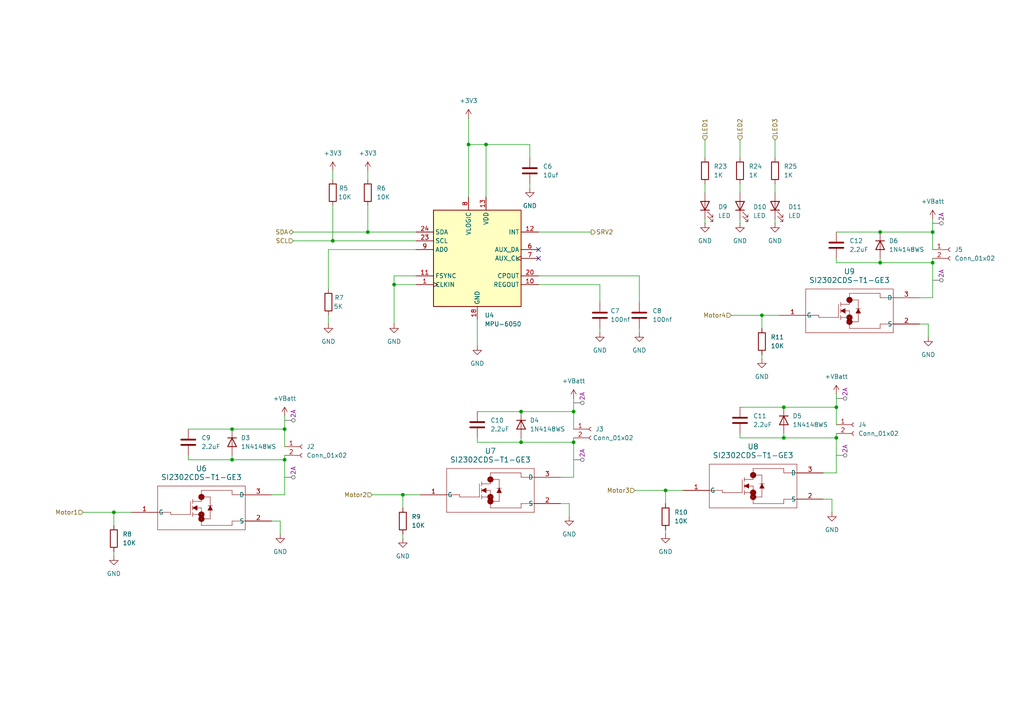
<source format=kicad_sch>
(kicad_sch
	(version 20250114)
	(generator "eeschema")
	(generator_version "9.0")
	(uuid "358bddef-d9ae-439d-b44f-9b1ff1c2fe9c")
	(paper "A4")
	(lib_symbols
		(symbol "Connector:Conn_01x02_Socket"
			(pin_names
				(offset 1.016)
				(hide yes)
			)
			(exclude_from_sim no)
			(in_bom yes)
			(on_board yes)
			(property "Reference" "J"
				(at 0 2.54 0)
				(effects
					(font
						(size 1.27 1.27)
					)
				)
			)
			(property "Value" "Conn_01x02_Socket"
				(at 0 -5.08 0)
				(effects
					(font
						(size 1.27 1.27)
					)
				)
			)
			(property "Footprint" ""
				(at 0 0 0)
				(effects
					(font
						(size 1.27 1.27)
					)
					(hide yes)
				)
			)
			(property "Datasheet" "~"
				(at 0 0 0)
				(effects
					(font
						(size 1.27 1.27)
					)
					(hide yes)
				)
			)
			(property "Description" "Generic connector, single row, 01x02, script generated"
				(at 0 0 0)
				(effects
					(font
						(size 1.27 1.27)
					)
					(hide yes)
				)
			)
			(property "ki_locked" ""
				(at 0 0 0)
				(effects
					(font
						(size 1.27 1.27)
					)
				)
			)
			(property "ki_keywords" "connector"
				(at 0 0 0)
				(effects
					(font
						(size 1.27 1.27)
					)
					(hide yes)
				)
			)
			(property "ki_fp_filters" "Connector*:*_1x??_*"
				(at 0 0 0)
				(effects
					(font
						(size 1.27 1.27)
					)
					(hide yes)
				)
			)
			(symbol "Conn_01x02_Socket_1_1"
				(polyline
					(pts
						(xy -1.27 0) (xy -0.508 0)
					)
					(stroke
						(width 0.1524)
						(type default)
					)
					(fill
						(type none)
					)
				)
				(polyline
					(pts
						(xy -1.27 -2.54) (xy -0.508 -2.54)
					)
					(stroke
						(width 0.1524)
						(type default)
					)
					(fill
						(type none)
					)
				)
				(arc
					(start 0 -0.508)
					(mid -0.5058 0)
					(end 0 0.508)
					(stroke
						(width 0.1524)
						(type default)
					)
					(fill
						(type none)
					)
				)
				(arc
					(start 0 -3.048)
					(mid -0.5058 -2.54)
					(end 0 -2.032)
					(stroke
						(width 0.1524)
						(type default)
					)
					(fill
						(type none)
					)
				)
				(pin passive line
					(at -5.08 0 0)
					(length 3.81)
					(name "Pin_1"
						(effects
							(font
								(size 1.27 1.27)
							)
						)
					)
					(number "1"
						(effects
							(font
								(size 1.27 1.27)
							)
						)
					)
				)
				(pin passive line
					(at -5.08 -2.54 0)
					(length 3.81)
					(name "Pin_2"
						(effects
							(font
								(size 1.27 1.27)
							)
						)
					)
					(number "2"
						(effects
							(font
								(size 1.27 1.27)
							)
						)
					)
				)
			)
			(embedded_fonts no)
		)
		(symbol "Device:C"
			(pin_numbers
				(hide yes)
			)
			(pin_names
				(offset 0.254)
			)
			(exclude_from_sim no)
			(in_bom yes)
			(on_board yes)
			(property "Reference" "C"
				(at 0.635 2.54 0)
				(effects
					(font
						(size 1.27 1.27)
					)
					(justify left)
				)
			)
			(property "Value" "C"
				(at 0.635 -2.54 0)
				(effects
					(font
						(size 1.27 1.27)
					)
					(justify left)
				)
			)
			(property "Footprint" ""
				(at 0.9652 -3.81 0)
				(effects
					(font
						(size 1.27 1.27)
					)
					(hide yes)
				)
			)
			(property "Datasheet" "~"
				(at 0 0 0)
				(effects
					(font
						(size 1.27 1.27)
					)
					(hide yes)
				)
			)
			(property "Description" "Unpolarized capacitor"
				(at 0 0 0)
				(effects
					(font
						(size 1.27 1.27)
					)
					(hide yes)
				)
			)
			(property "ki_keywords" "cap capacitor"
				(at 0 0 0)
				(effects
					(font
						(size 1.27 1.27)
					)
					(hide yes)
				)
			)
			(property "ki_fp_filters" "C_*"
				(at 0 0 0)
				(effects
					(font
						(size 1.27 1.27)
					)
					(hide yes)
				)
			)
			(symbol "C_0_1"
				(polyline
					(pts
						(xy -2.032 0.762) (xy 2.032 0.762)
					)
					(stroke
						(width 0.508)
						(type default)
					)
					(fill
						(type none)
					)
				)
				(polyline
					(pts
						(xy -2.032 -0.762) (xy 2.032 -0.762)
					)
					(stroke
						(width 0.508)
						(type default)
					)
					(fill
						(type none)
					)
				)
			)
			(symbol "C_1_1"
				(pin passive line
					(at 0 3.81 270)
					(length 2.794)
					(name "~"
						(effects
							(font
								(size 1.27 1.27)
							)
						)
					)
					(number "1"
						(effects
							(font
								(size 1.27 1.27)
							)
						)
					)
				)
				(pin passive line
					(at 0 -3.81 90)
					(length 2.794)
					(name "~"
						(effects
							(font
								(size 1.27 1.27)
							)
						)
					)
					(number "2"
						(effects
							(font
								(size 1.27 1.27)
							)
						)
					)
				)
			)
			(embedded_fonts no)
		)
		(symbol "Device:LED"
			(pin_numbers
				(hide yes)
			)
			(pin_names
				(offset 1.016)
				(hide yes)
			)
			(exclude_from_sim no)
			(in_bom yes)
			(on_board yes)
			(property "Reference" "D"
				(at 0 2.54 0)
				(effects
					(font
						(size 1.27 1.27)
					)
				)
			)
			(property "Value" "LED"
				(at 0 -2.54 0)
				(effects
					(font
						(size 1.27 1.27)
					)
				)
			)
			(property "Footprint" ""
				(at 0 0 0)
				(effects
					(font
						(size 1.27 1.27)
					)
					(hide yes)
				)
			)
			(property "Datasheet" "~"
				(at 0 0 0)
				(effects
					(font
						(size 1.27 1.27)
					)
					(hide yes)
				)
			)
			(property "Description" "Light emitting diode"
				(at 0 0 0)
				(effects
					(font
						(size 1.27 1.27)
					)
					(hide yes)
				)
			)
			(property "Sim.Pins" "1=K 2=A"
				(at 0 0 0)
				(effects
					(font
						(size 1.27 1.27)
					)
					(hide yes)
				)
			)
			(property "ki_keywords" "LED diode"
				(at 0 0 0)
				(effects
					(font
						(size 1.27 1.27)
					)
					(hide yes)
				)
			)
			(property "ki_fp_filters" "LED* LED_SMD:* LED_THT:*"
				(at 0 0 0)
				(effects
					(font
						(size 1.27 1.27)
					)
					(hide yes)
				)
			)
			(symbol "LED_0_1"
				(polyline
					(pts
						(xy -3.048 -0.762) (xy -4.572 -2.286) (xy -3.81 -2.286) (xy -4.572 -2.286) (xy -4.572 -1.524)
					)
					(stroke
						(width 0)
						(type default)
					)
					(fill
						(type none)
					)
				)
				(polyline
					(pts
						(xy -1.778 -0.762) (xy -3.302 -2.286) (xy -2.54 -2.286) (xy -3.302 -2.286) (xy -3.302 -1.524)
					)
					(stroke
						(width 0)
						(type default)
					)
					(fill
						(type none)
					)
				)
				(polyline
					(pts
						(xy -1.27 0) (xy 1.27 0)
					)
					(stroke
						(width 0)
						(type default)
					)
					(fill
						(type none)
					)
				)
				(polyline
					(pts
						(xy -1.27 -1.27) (xy -1.27 1.27)
					)
					(stroke
						(width 0.254)
						(type default)
					)
					(fill
						(type none)
					)
				)
				(polyline
					(pts
						(xy 1.27 -1.27) (xy 1.27 1.27) (xy -1.27 0) (xy 1.27 -1.27)
					)
					(stroke
						(width 0.254)
						(type default)
					)
					(fill
						(type none)
					)
				)
			)
			(symbol "LED_1_1"
				(pin passive line
					(at -3.81 0 0)
					(length 2.54)
					(name "K"
						(effects
							(font
								(size 1.27 1.27)
							)
						)
					)
					(number "1"
						(effects
							(font
								(size 1.27 1.27)
							)
						)
					)
				)
				(pin passive line
					(at 3.81 0 180)
					(length 2.54)
					(name "A"
						(effects
							(font
								(size 1.27 1.27)
							)
						)
					)
					(number "2"
						(effects
							(font
								(size 1.27 1.27)
							)
						)
					)
				)
			)
			(embedded_fonts no)
		)
		(symbol "Device:R"
			(pin_numbers
				(hide yes)
			)
			(pin_names
				(offset 0)
			)
			(exclude_from_sim no)
			(in_bom yes)
			(on_board yes)
			(property "Reference" "R"
				(at 2.032 0 90)
				(effects
					(font
						(size 1.27 1.27)
					)
				)
			)
			(property "Value" "R"
				(at 0 0 90)
				(effects
					(font
						(size 1.27 1.27)
					)
				)
			)
			(property "Footprint" ""
				(at -1.778 0 90)
				(effects
					(font
						(size 1.27 1.27)
					)
					(hide yes)
				)
			)
			(property "Datasheet" "~"
				(at 0 0 0)
				(effects
					(font
						(size 1.27 1.27)
					)
					(hide yes)
				)
			)
			(property "Description" "Resistor"
				(at 0 0 0)
				(effects
					(font
						(size 1.27 1.27)
					)
					(hide yes)
				)
			)
			(property "ki_keywords" "R res resistor"
				(at 0 0 0)
				(effects
					(font
						(size 1.27 1.27)
					)
					(hide yes)
				)
			)
			(property "ki_fp_filters" "R_*"
				(at 0 0 0)
				(effects
					(font
						(size 1.27 1.27)
					)
					(hide yes)
				)
			)
			(symbol "R_0_1"
				(rectangle
					(start -1.016 -2.54)
					(end 1.016 2.54)
					(stroke
						(width 0.254)
						(type default)
					)
					(fill
						(type none)
					)
				)
			)
			(symbol "R_1_1"
				(pin passive line
					(at 0 3.81 270)
					(length 1.27)
					(name "~"
						(effects
							(font
								(size 1.27 1.27)
							)
						)
					)
					(number "1"
						(effects
							(font
								(size 1.27 1.27)
							)
						)
					)
				)
				(pin passive line
					(at 0 -3.81 90)
					(length 1.27)
					(name "~"
						(effects
							(font
								(size 1.27 1.27)
							)
						)
					)
					(number "2"
						(effects
							(font
								(size 1.27 1.27)
							)
						)
					)
				)
			)
			(embedded_fonts no)
		)
		(symbol "Diode:1N4148WS"
			(pin_numbers
				(hide yes)
			)
			(pin_names
				(hide yes)
			)
			(exclude_from_sim no)
			(in_bom yes)
			(on_board yes)
			(property "Reference" "D"
				(at 0 2.54 0)
				(effects
					(font
						(size 1.27 1.27)
					)
				)
			)
			(property "Value" "1N4148WS"
				(at 0 -2.54 0)
				(effects
					(font
						(size 1.27 1.27)
					)
				)
			)
			(property "Footprint" "Diode_SMD:D_SOD-323"
				(at 0 -4.445 0)
				(effects
					(font
						(size 1.27 1.27)
					)
					(hide yes)
				)
			)
			(property "Datasheet" "https://www.vishay.com/docs/85751/1n4148ws.pdf"
				(at 0 0 0)
				(effects
					(font
						(size 1.27 1.27)
					)
					(hide yes)
				)
			)
			(property "Description" "75V 0.15A Fast switching Diode, SOD-323"
				(at 0 0 0)
				(effects
					(font
						(size 1.27 1.27)
					)
					(hide yes)
				)
			)
			(property "Sim.Device" "D"
				(at 0 0 0)
				(effects
					(font
						(size 1.27 1.27)
					)
					(hide yes)
				)
			)
			(property "Sim.Pins" "1=K 2=A"
				(at 0 0 0)
				(effects
					(font
						(size 1.27 1.27)
					)
					(hide yes)
				)
			)
			(property "ki_keywords" "diode"
				(at 0 0 0)
				(effects
					(font
						(size 1.27 1.27)
					)
					(hide yes)
				)
			)
			(property "ki_fp_filters" "D*SOD?323*"
				(at 0 0 0)
				(effects
					(font
						(size 1.27 1.27)
					)
					(hide yes)
				)
			)
			(symbol "1N4148WS_0_1"
				(polyline
					(pts
						(xy -1.27 1.27) (xy -1.27 -1.27)
					)
					(stroke
						(width 0.254)
						(type default)
					)
					(fill
						(type none)
					)
				)
				(polyline
					(pts
						(xy 1.27 1.27) (xy 1.27 -1.27) (xy -1.27 0) (xy 1.27 1.27)
					)
					(stroke
						(width 0.254)
						(type default)
					)
					(fill
						(type none)
					)
				)
				(polyline
					(pts
						(xy 1.27 0) (xy -1.27 0)
					)
					(stroke
						(width 0)
						(type default)
					)
					(fill
						(type none)
					)
				)
			)
			(symbol "1N4148WS_1_1"
				(pin passive line
					(at -3.81 0 0)
					(length 2.54)
					(name "K"
						(effects
							(font
								(size 1.27 1.27)
							)
						)
					)
					(number "1"
						(effects
							(font
								(size 1.27 1.27)
							)
						)
					)
				)
				(pin passive line
					(at 3.81 0 180)
					(length 2.54)
					(name "A"
						(effects
							(font
								(size 1.27 1.27)
							)
						)
					)
					(number "2"
						(effects
							(font
								(size 1.27 1.27)
							)
						)
					)
				)
			)
			(embedded_fonts no)
		)
		(symbol "SI2302CDS-T1-GE3_1"
			(pin_names
				(offset 0.254)
			)
			(exclude_from_sim no)
			(in_bom yes)
			(on_board yes)
			(property "Reference" "U6"
				(at 20.32 12.7 0)
				(effects
					(font
						(size 1.524 1.524)
					)
				)
			)
			(property "Value" "SI2302CDS-T1-GE3"
				(at 20.32 10.16 0)
				(effects
					(font
						(size 1.524 1.524)
					)
				)
			)
			(property "Footprint" ""
				(at 0 0 0)
				(effects
					(font
						(size 1.27 1.27)
						(italic yes)
					)
					(hide yes)
				)
			)
			(property "Datasheet" ""
				(at 0 0 0)
				(effects
					(font
						(size 1.27 1.27)
						(italic yes)
					)
					(hide yes)
				)
			)
			(property "Description" ""
				(at 0 0 0)
				(effects
					(font
						(size 1.27 1.27)
					)
					(hide yes)
				)
			)
			(property "ki_locked" ""
				(at 0 0 0)
				(effects
					(font
						(size 1.27 1.27)
					)
				)
			)
			(property "ki_keywords" "SI2302CDS-T1-GE3"
				(at 0 0 0)
				(effects
					(font
						(size 1.27 1.27)
					)
					(hide yes)
				)
			)
			(property "ki_fp_filters" "TO-236_VIS TO-236_VIS-M TO-236_VIS-L"
				(at 0 0 0)
				(effects
					(font
						(size 1.27 1.27)
					)
					(hide yes)
				)
			)
			(symbol "SI2302CDS-T1-GE3_1_0_1"
				(polyline
					(pts
						(xy 7.62 7.62) (xy 7.62 -5.08)
					)
					(stroke
						(width 0.127)
						(type default)
					)
					(fill
						(type none)
					)
				)
				(polyline
					(pts
						(xy 7.62 0) (xy 11.43 0)
					)
					(stroke
						(width 0.127)
						(type default)
					)
					(fill
						(type none)
					)
				)
				(polyline
					(pts
						(xy 7.62 -5.08) (xy 33.02 -5.08)
					)
					(stroke
						(width 0.127)
						(type default)
					)
					(fill
						(type none)
					)
				)
				(polyline
					(pts
						(xy 11.43 0) (xy 11.43 -0.635)
					)
					(stroke
						(width 0.127)
						(type default)
					)
					(fill
						(type none)
					)
				)
				(polyline
					(pts
						(xy 17.145 3.175) (xy 17.145 -0.635)
					)
					(stroke
						(width 0.127)
						(type default)
					)
					(fill
						(type none)
					)
				)
				(polyline
					(pts
						(xy 17.145 -0.635) (xy 11.43 -0.635)
					)
					(stroke
						(width 0.127)
						(type default)
					)
					(fill
						(type none)
					)
				)
				(polyline
					(pts
						(xy 17.78 3.175) (xy 20.32 3.175)
					)
					(stroke
						(width 0.127)
						(type default)
					)
					(fill
						(type none)
					)
				)
				(polyline
					(pts
						(xy 17.78 2.54) (xy 17.78 3.81)
					)
					(stroke
						(width 0.127)
						(type default)
					)
					(fill
						(type none)
					)
				)
				(polyline
					(pts
						(xy 17.78 1.905) (xy 17.78 0.635)
					)
					(stroke
						(width 0.127)
						(type default)
					)
					(fill
						(type none)
					)
				)
				(polyline
					(pts
						(xy 17.78 1.27) (xy 19.05 1.905)
					)
					(stroke
						(width 0.127)
						(type default)
					)
					(fill
						(type none)
					)
				)
				(polyline
					(pts
						(xy 17.78 1.27) (xy 19.05 1.905) (xy 19.05 0.635)
					)
					(stroke
						(width 0)
						(type default)
					)
					(fill
						(type outline)
					)
				)
				(polyline
					(pts
						(xy 17.78 0) (xy 17.78 -1.27)
					)
					(stroke
						(width 0.127)
						(type default)
					)
					(fill
						(type none)
					)
				)
				(polyline
					(pts
						(xy 17.78 -0.635) (xy 20.32 -0.635)
					)
					(stroke
						(width 0.127)
						(type default)
					)
					(fill
						(type none)
					)
				)
				(polyline
					(pts
						(xy 19.05 1.905) (xy 19.05 0.635)
					)
					(stroke
						(width 0.127)
						(type default)
					)
					(fill
						(type none)
					)
				)
				(polyline
					(pts
						(xy 19.05 0.635) (xy 17.78 1.27)
					)
					(stroke
						(width 0.127)
						(type default)
					)
					(fill
						(type none)
					)
				)
				(polyline
					(pts
						(xy 20.32 6.35) (xy 29.21 6.35)
					)
					(stroke
						(width 0.127)
						(type default)
					)
					(fill
						(type none)
					)
				)
				(polyline
					(pts
						(xy 20.32 4.445) (xy 22.86 4.445)
					)
					(stroke
						(width 0.127)
						(type default)
					)
					(fill
						(type none)
					)
				)
				(circle
					(center 20.32 4.445)
					(radius 0.127)
					(stroke
						(width 0.762)
						(type default)
					)
					(fill
						(type none)
					)
				)
				(polyline
					(pts
						(xy 20.32 3.175) (xy 20.32 6.35)
					)
					(stroke
						(width 0.127)
						(type default)
					)
					(fill
						(type none)
					)
				)
				(polyline
					(pts
						(xy 20.32 1.27) (xy 17.78 1.27)
					)
					(stroke
						(width 0.127)
						(type default)
					)
					(fill
						(type none)
					)
				)
				(polyline
					(pts
						(xy 20.32 1.27) (xy 20.32 -3.81)
					)
					(stroke
						(width 0.127)
						(type default)
					)
					(fill
						(type none)
					)
				)
				(circle
					(center 20.32 -0.635)
					(radius 0.127)
					(stroke
						(width 0.762)
						(type default)
					)
					(fill
						(type none)
					)
				)
				(polyline
					(pts
						(xy 20.32 -1.905) (xy 22.86 -1.905)
					)
					(stroke
						(width 0.127)
						(type default)
					)
					(fill
						(type none)
					)
				)
				(circle
					(center 20.32 -1.905)
					(radius 0.127)
					(stroke
						(width 0.762)
						(type default)
					)
					(fill
						(type none)
					)
				)
				(polyline
					(pts
						(xy 22.225 1.905) (xy 23.495 1.905)
					)
					(stroke
						(width 0.127)
						(type default)
					)
					(fill
						(type none)
					)
				)
				(polyline
					(pts
						(xy 22.225 0.635) (xy 23.495 0.635)
					)
					(stroke
						(width 0.127)
						(type default)
					)
					(fill
						(type none)
					)
				)
				(polyline
					(pts
						(xy 22.225 0.635) (xy 23.495 0.635) (xy 22.86 1.905)
					)
					(stroke
						(width 0)
						(type default)
					)
					(fill
						(type outline)
					)
				)
				(polyline
					(pts
						(xy 22.86 1.905) (xy 22.225 0.635)
					)
					(stroke
						(width 0.127)
						(type default)
					)
					(fill
						(type none)
					)
				)
				(polyline
					(pts
						(xy 22.86 -1.905) (xy 22.86 4.445)
					)
					(stroke
						(width 0.127)
						(type default)
					)
					(fill
						(type none)
					)
				)
				(polyline
					(pts
						(xy 23.495 0.635) (xy 22.86 1.905)
					)
					(stroke
						(width 0.127)
						(type default)
					)
					(fill
						(type none)
					)
				)
				(polyline
					(pts
						(xy 29.21 6.35) (xy 29.21 5.08)
					)
					(stroke
						(width 0.127)
						(type default)
					)
					(fill
						(type none)
					)
				)
				(polyline
					(pts
						(xy 29.21 -2.54) (xy 29.21 -3.81)
					)
					(stroke
						(width 0.127)
						(type default)
					)
					(fill
						(type none)
					)
				)
				(polyline
					(pts
						(xy 29.21 -2.54) (xy 33.02 -2.54)
					)
					(stroke
						(width 0.127)
						(type default)
					)
					(fill
						(type none)
					)
				)
				(polyline
					(pts
						(xy 29.21 -3.81) (xy 20.32 -3.81)
					)
					(stroke
						(width 0.127)
						(type default)
					)
					(fill
						(type none)
					)
				)
				(polyline
					(pts
						(xy 33.02 7.62) (xy 7.62 7.62)
					)
					(stroke
						(width 0.127)
						(type default)
					)
					(fill
						(type none)
					)
				)
				(polyline
					(pts
						(xy 33.02 5.08) (xy 29.21 5.08)
					)
					(stroke
						(width 0.127)
						(type default)
					)
					(fill
						(type none)
					)
				)
				(polyline
					(pts
						(xy 33.02 -5.08) (xy 33.02 7.62)
					)
					(stroke
						(width 0.127)
						(type default)
					)
					(fill
						(type none)
					)
				)
			)
			(symbol "SI2302CDS-T1-GE3_1_1_1"
				(pin passive line
					(at 0 0 0)
					(length 7.62)
					(name "G"
						(effects
							(font
								(size 1.27 1.27)
							)
						)
					)
					(number "1"
						(effects
							(font
								(size 1.27 1.27)
							)
						)
					)
				)
				(pin passive line
					(at 40.64 5.08 180)
					(length 7.62)
					(name "D"
						(effects
							(font
								(size 1.27 1.27)
							)
						)
					)
					(number "3"
						(effects
							(font
								(size 1.27 1.27)
							)
						)
					)
				)
				(pin passive line
					(at 40.64 -2.54 180)
					(length 7.62)
					(name "S"
						(effects
							(font
								(size 1.27 1.27)
							)
						)
					)
					(number "2"
						(effects
							(font
								(size 1.27 1.27)
							)
						)
					)
				)
			)
			(embedded_fonts no)
		)
		(symbol "Sensor_Motion:MPU-6050"
			(exclude_from_sim no)
			(in_bom yes)
			(on_board yes)
			(property "Reference" "U"
				(at -11.43 13.97 0)
				(effects
					(font
						(size 1.27 1.27)
					)
				)
			)
			(property "Value" "MPU-6050"
				(at 7.62 -15.24 0)
				(effects
					(font
						(size 1.27 1.27)
					)
				)
			)
			(property "Footprint" "Sensor_Motion:InvenSense_QFN-24_4x4mm_P0.5mm"
				(at 0 -20.32 0)
				(effects
					(font
						(size 1.27 1.27)
					)
					(hide yes)
				)
			)
			(property "Datasheet" "https://invensense.tdk.com/wp-content/uploads/2015/02/MPU-6000-Datasheet1.pdf"
				(at 0 -3.81 0)
				(effects
					(font
						(size 1.27 1.27)
					)
					(hide yes)
				)
			)
			(property "Description" "InvenSense 6-Axis Motion Sensor, Gyroscope, Accelerometer, I2C"
				(at 0 0 0)
				(effects
					(font
						(size 1.27 1.27)
					)
					(hide yes)
				)
			)
			(property "ki_keywords" "mems"
				(at 0 0 0)
				(effects
					(font
						(size 1.27 1.27)
					)
					(hide yes)
				)
			)
			(property "ki_fp_filters" "*QFN*4x4mm*P0.5mm*"
				(at 0 0 0)
				(effects
					(font
						(size 1.27 1.27)
					)
					(hide yes)
				)
			)
			(symbol "MPU-6050_0_1"
				(rectangle
					(start -12.7 13.97)
					(end 12.7 -13.97)
					(stroke
						(width 0.254)
						(type default)
					)
					(fill
						(type background)
					)
				)
			)
			(symbol "MPU-6050_1_1"
				(pin bidirectional line
					(at -17.78 7.62 0)
					(length 5.08)
					(name "SDA"
						(effects
							(font
								(size 1.27 1.27)
							)
						)
					)
					(number "24"
						(effects
							(font
								(size 1.27 1.27)
							)
						)
					)
				)
				(pin input line
					(at -17.78 5.08 0)
					(length 5.08)
					(name "SCL"
						(effects
							(font
								(size 1.27 1.27)
							)
						)
					)
					(number "23"
						(effects
							(font
								(size 1.27 1.27)
							)
						)
					)
				)
				(pin input line
					(at -17.78 2.54 0)
					(length 5.08)
					(name "AD0"
						(effects
							(font
								(size 1.27 1.27)
							)
						)
					)
					(number "9"
						(effects
							(font
								(size 1.27 1.27)
							)
						)
					)
				)
				(pin input line
					(at -17.78 -5.08 0)
					(length 5.08)
					(name "FSYNC"
						(effects
							(font
								(size 1.27 1.27)
							)
						)
					)
					(number "11"
						(effects
							(font
								(size 1.27 1.27)
							)
						)
					)
				)
				(pin input clock
					(at -17.78 -7.62 0)
					(length 5.08)
					(name "CLKIN"
						(effects
							(font
								(size 1.27 1.27)
							)
						)
					)
					(number "1"
						(effects
							(font
								(size 1.27 1.27)
							)
						)
					)
				)
				(pin no_connect line
					(at -12.7 12.7 0)
					(length 2.54)
					(hide yes)
					(name "NC"
						(effects
							(font
								(size 1.27 1.27)
							)
						)
					)
					(number "2"
						(effects
							(font
								(size 1.27 1.27)
							)
						)
					)
				)
				(pin no_connect line
					(at -12.7 10.16 0)
					(length 2.54)
					(hide yes)
					(name "NC"
						(effects
							(font
								(size 1.27 1.27)
							)
						)
					)
					(number "3"
						(effects
							(font
								(size 1.27 1.27)
							)
						)
					)
				)
				(pin no_connect line
					(at -12.7 0 0)
					(length 2.54)
					(hide yes)
					(name "NC"
						(effects
							(font
								(size 1.27 1.27)
							)
						)
					)
					(number "4"
						(effects
							(font
								(size 1.27 1.27)
							)
						)
					)
				)
				(pin no_connect line
					(at -12.7 -2.54 0)
					(length 2.54)
					(hide yes)
					(name "NC"
						(effects
							(font
								(size 1.27 1.27)
							)
						)
					)
					(number "5"
						(effects
							(font
								(size 1.27 1.27)
							)
						)
					)
				)
				(pin no_connect line
					(at -12.7 -10.16 0)
					(length 2.54)
					(hide yes)
					(name "NC"
						(effects
							(font
								(size 1.27 1.27)
							)
						)
					)
					(number "14"
						(effects
							(font
								(size 1.27 1.27)
							)
						)
					)
				)
				(pin power_in line
					(at -2.54 17.78 270)
					(length 3.81)
					(name "VLOGIC"
						(effects
							(font
								(size 1.27 1.27)
							)
						)
					)
					(number "8"
						(effects
							(font
								(size 1.27 1.27)
							)
						)
					)
				)
				(pin power_in line
					(at 0 -17.78 90)
					(length 3.81)
					(name "GND"
						(effects
							(font
								(size 1.27 1.27)
							)
						)
					)
					(number "18"
						(effects
							(font
								(size 1.27 1.27)
							)
						)
					)
				)
				(pin power_in line
					(at 2.54 17.78 270)
					(length 3.81)
					(name "VDD"
						(effects
							(font
								(size 1.27 1.27)
							)
						)
					)
					(number "13"
						(effects
							(font
								(size 1.27 1.27)
							)
						)
					)
				)
				(pin no_connect line
					(at 12.7 12.7 180)
					(length 2.54)
					(hide yes)
					(name "NC"
						(effects
							(font
								(size 1.27 1.27)
							)
						)
					)
					(number "15"
						(effects
							(font
								(size 1.27 1.27)
							)
						)
					)
				)
				(pin no_connect line
					(at 12.7 10.16 180)
					(length 2.54)
					(hide yes)
					(name "NC"
						(effects
							(font
								(size 1.27 1.27)
							)
						)
					)
					(number "16"
						(effects
							(font
								(size 1.27 1.27)
							)
						)
					)
				)
				(pin no_connect line
					(at 12.7 5.08 180)
					(length 2.54)
					(hide yes)
					(name "NC"
						(effects
							(font
								(size 1.27 1.27)
							)
						)
					)
					(number "17"
						(effects
							(font
								(size 1.27 1.27)
							)
						)
					)
				)
				(pin no_connect line
					(at 12.7 -2.54 180)
					(length 2.54)
					(hide yes)
					(name "RESV"
						(effects
							(font
								(size 1.27 1.27)
							)
						)
					)
					(number "21"
						(effects
							(font
								(size 1.27 1.27)
							)
						)
					)
				)
				(pin no_connect line
					(at 12.7 -10.16 180)
					(length 2.54)
					(hide yes)
					(name "RESV"
						(effects
							(font
								(size 1.27 1.27)
							)
						)
					)
					(number "19"
						(effects
							(font
								(size 1.27 1.27)
							)
						)
					)
				)
				(pin no_connect line
					(at 12.7 -12.7 180)
					(length 2.54)
					(hide yes)
					(name "RESV"
						(effects
							(font
								(size 1.27 1.27)
							)
						)
					)
					(number "22"
						(effects
							(font
								(size 1.27 1.27)
							)
						)
					)
				)
				(pin output line
					(at 17.78 7.62 180)
					(length 5.08)
					(name "INT"
						(effects
							(font
								(size 1.27 1.27)
							)
						)
					)
					(number "12"
						(effects
							(font
								(size 1.27 1.27)
							)
						)
					)
				)
				(pin bidirectional line
					(at 17.78 2.54 180)
					(length 5.08)
					(name "AUX_DA"
						(effects
							(font
								(size 1.27 1.27)
							)
						)
					)
					(number "6"
						(effects
							(font
								(size 1.27 1.27)
							)
						)
					)
				)
				(pin output clock
					(at 17.78 0 180)
					(length 5.08)
					(name "AUX_CL"
						(effects
							(font
								(size 1.27 1.27)
							)
						)
					)
					(number "7"
						(effects
							(font
								(size 1.27 1.27)
							)
						)
					)
				)
				(pin passive line
					(at 17.78 -5.08 180)
					(length 5.08)
					(name "CPOUT"
						(effects
							(font
								(size 1.27 1.27)
							)
						)
					)
					(number "20"
						(effects
							(font
								(size 1.27 1.27)
							)
						)
					)
				)
				(pin passive line
					(at 17.78 -7.62 180)
					(length 5.08)
					(name "REGOUT"
						(effects
							(font
								(size 1.27 1.27)
							)
						)
					)
					(number "10"
						(effects
							(font
								(size 1.27 1.27)
							)
						)
					)
				)
			)
			(embedded_fonts no)
		)
		(symbol "power:+3V3"
			(power)
			(pin_numbers
				(hide yes)
			)
			(pin_names
				(offset 0)
				(hide yes)
			)
			(exclude_from_sim no)
			(in_bom yes)
			(on_board yes)
			(property "Reference" "#PWR"
				(at 0 -3.81 0)
				(effects
					(font
						(size 1.27 1.27)
					)
					(hide yes)
				)
			)
			(property "Value" "+3V3"
				(at 0 3.556 0)
				(effects
					(font
						(size 1.27 1.27)
					)
				)
			)
			(property "Footprint" ""
				(at 0 0 0)
				(effects
					(font
						(size 1.27 1.27)
					)
					(hide yes)
				)
			)
			(property "Datasheet" ""
				(at 0 0 0)
				(effects
					(font
						(size 1.27 1.27)
					)
					(hide yes)
				)
			)
			(property "Description" "Power symbol creates a global label with name \"+3V3\""
				(at 0 0 0)
				(effects
					(font
						(size 1.27 1.27)
					)
					(hide yes)
				)
			)
			(property "ki_keywords" "global power"
				(at 0 0 0)
				(effects
					(font
						(size 1.27 1.27)
					)
					(hide yes)
				)
			)
			(symbol "+3V3_0_1"
				(polyline
					(pts
						(xy -0.762 1.27) (xy 0 2.54)
					)
					(stroke
						(width 0)
						(type default)
					)
					(fill
						(type none)
					)
				)
				(polyline
					(pts
						(xy 0 2.54) (xy 0.762 1.27)
					)
					(stroke
						(width 0)
						(type default)
					)
					(fill
						(type none)
					)
				)
				(polyline
					(pts
						(xy 0 0) (xy 0 2.54)
					)
					(stroke
						(width 0)
						(type default)
					)
					(fill
						(type none)
					)
				)
			)
			(symbol "+3V3_1_1"
				(pin power_in line
					(at 0 0 90)
					(length 0)
					(name "~"
						(effects
							(font
								(size 1.27 1.27)
							)
						)
					)
					(number "1"
						(effects
							(font
								(size 1.27 1.27)
							)
						)
					)
				)
			)
			(embedded_fonts no)
		)
		(symbol "power:+BATT"
			(power)
			(pin_numbers
				(hide yes)
			)
			(pin_names
				(offset 0)
				(hide yes)
			)
			(exclude_from_sim no)
			(in_bom yes)
			(on_board yes)
			(property "Reference" "#PWR"
				(at 0 -3.81 0)
				(effects
					(font
						(size 1.27 1.27)
					)
					(hide yes)
				)
			)
			(property "Value" "+BATT"
				(at 0 3.556 0)
				(effects
					(font
						(size 1.27 1.27)
					)
				)
			)
			(property "Footprint" ""
				(at 0 0 0)
				(effects
					(font
						(size 1.27 1.27)
					)
					(hide yes)
				)
			)
			(property "Datasheet" ""
				(at 0 0 0)
				(effects
					(font
						(size 1.27 1.27)
					)
					(hide yes)
				)
			)
			(property "Description" "Power symbol creates a global label with name \"+BATT\""
				(at 0 0 0)
				(effects
					(font
						(size 1.27 1.27)
					)
					(hide yes)
				)
			)
			(property "ki_keywords" "global power battery"
				(at 0 0 0)
				(effects
					(font
						(size 1.27 1.27)
					)
					(hide yes)
				)
			)
			(symbol "+BATT_0_1"
				(polyline
					(pts
						(xy -0.762 1.27) (xy 0 2.54)
					)
					(stroke
						(width 0)
						(type default)
					)
					(fill
						(type none)
					)
				)
				(polyline
					(pts
						(xy 0 2.54) (xy 0.762 1.27)
					)
					(stroke
						(width 0)
						(type default)
					)
					(fill
						(type none)
					)
				)
				(polyline
					(pts
						(xy 0 0) (xy 0 2.54)
					)
					(stroke
						(width 0)
						(type default)
					)
					(fill
						(type none)
					)
				)
			)
			(symbol "+BATT_1_1"
				(pin power_in line
					(at 0 0 90)
					(length 0)
					(name "~"
						(effects
							(font
								(size 1.27 1.27)
							)
						)
					)
					(number "1"
						(effects
							(font
								(size 1.27 1.27)
							)
						)
					)
				)
			)
			(embedded_fonts no)
		)
		(symbol "power:GND"
			(power)
			(pin_numbers
				(hide yes)
			)
			(pin_names
				(offset 0)
				(hide yes)
			)
			(exclude_from_sim no)
			(in_bom yes)
			(on_board yes)
			(property "Reference" "#PWR"
				(at 0 -6.35 0)
				(effects
					(font
						(size 1.27 1.27)
					)
					(hide yes)
				)
			)
			(property "Value" "GND"
				(at 0 -3.81 0)
				(effects
					(font
						(size 1.27 1.27)
					)
				)
			)
			(property "Footprint" ""
				(at 0 0 0)
				(effects
					(font
						(size 1.27 1.27)
					)
					(hide yes)
				)
			)
			(property "Datasheet" ""
				(at 0 0 0)
				(effects
					(font
						(size 1.27 1.27)
					)
					(hide yes)
				)
			)
			(property "Description" "Power symbol creates a global label with name \"GND\" , ground"
				(at 0 0 0)
				(effects
					(font
						(size 1.27 1.27)
					)
					(hide yes)
				)
			)
			(property "ki_keywords" "global power"
				(at 0 0 0)
				(effects
					(font
						(size 1.27 1.27)
					)
					(hide yes)
				)
			)
			(symbol "GND_0_1"
				(polyline
					(pts
						(xy 0 0) (xy 0 -1.27) (xy 1.27 -1.27) (xy 0 -2.54) (xy -1.27 -1.27) (xy 0 -1.27)
					)
					(stroke
						(width 0)
						(type default)
					)
					(fill
						(type none)
					)
				)
			)
			(symbol "GND_1_1"
				(pin power_in line
					(at 0 0 270)
					(length 0)
					(name "~"
						(effects
							(font
								(size 1.27 1.27)
							)
						)
					)
					(number "1"
						(effects
							(font
								(size 1.27 1.27)
							)
						)
					)
				)
			)
			(embedded_fonts no)
		)
	)
	(junction
		(at 193.04 142.24)
		(diameter 0)
		(color 0 0 0 0)
		(uuid "0cd8b9c9-daa2-4089-bcda-eb7f1304e5fc")
	)
	(junction
		(at 82.55 124.46)
		(diameter 0)
		(color 0 0 0 0)
		(uuid "105027ee-b14d-4bb9-b7cd-e560be2daea2")
	)
	(junction
		(at 151.13 128.27)
		(diameter 0)
		(color 0 0 0 0)
		(uuid "3355b145-a01d-46e6-97ef-20c6b4227dca")
	)
	(junction
		(at 227.33 118.11)
		(diameter 0)
		(color 0 0 0 0)
		(uuid "357d1728-3062-48d7-a5bd-cd56ec9ed617")
	)
	(junction
		(at 166.37 128.27)
		(diameter 0)
		(color 0 0 0 0)
		(uuid "3f9b0d3f-857b-44b3-9352-89211a9e75de")
	)
	(junction
		(at 255.27 67.31)
		(diameter 0)
		(color 0 0 0 0)
		(uuid "41769e9e-4996-4bf5-8784-c6acfddf322b")
	)
	(junction
		(at 106.68 67.31)
		(diameter 0)
		(color 0 0 0 0)
		(uuid "43164aea-a3ae-4f66-939c-1f1751cd09a3")
	)
	(junction
		(at 67.31 133.35)
		(diameter 0)
		(color 0 0 0 0)
		(uuid "512cae3e-8c3c-4317-9ce9-e34c5687793e")
	)
	(junction
		(at 135.89 41.91)
		(diameter 0)
		(color 0 0 0 0)
		(uuid "5481bf8b-c13d-4cbd-ba48-974b649594ee")
	)
	(junction
		(at 114.3 82.55)
		(diameter 0)
		(color 0 0 0 0)
		(uuid "66ca905c-080d-42cc-8a6f-5dd189a55327")
	)
	(junction
		(at 255.27 76.2)
		(diameter 0)
		(color 0 0 0 0)
		(uuid "8600d7fb-27bc-4afb-bb7d-58fed1dcc648")
	)
	(junction
		(at 33.02 148.59)
		(diameter 0)
		(color 0 0 0 0)
		(uuid "8a0cb42f-6b56-4d46-9e3c-47da26d23865")
	)
	(junction
		(at 82.55 133.35)
		(diameter 0)
		(color 0 0 0 0)
		(uuid "92e6843a-344e-4206-9ced-b02bbc0d396b")
	)
	(junction
		(at 242.57 127)
		(diameter 0)
		(color 0 0 0 0)
		(uuid "98add8b9-ee7f-4233-a52b-341ee0821fcb")
	)
	(junction
		(at 227.33 127)
		(diameter 0)
		(color 0 0 0 0)
		(uuid "9cec3f41-8473-4482-a74b-1c5b905cb577")
	)
	(junction
		(at 166.37 119.38)
		(diameter 0)
		(color 0 0 0 0)
		(uuid "af6e2f49-3049-4dd5-807a-09835b6ee741")
	)
	(junction
		(at 140.97 41.91)
		(diameter 0)
		(color 0 0 0 0)
		(uuid "b90b148a-b0ce-4162-b99c-a98d3ef69ed7")
	)
	(junction
		(at 220.98 91.44)
		(diameter 0)
		(color 0 0 0 0)
		(uuid "c51e5035-dc34-4b6d-be30-488f4b82a363")
	)
	(junction
		(at 270.51 67.31)
		(diameter 0)
		(color 0 0 0 0)
		(uuid "cccbf8e1-cfd9-4be7-9f2e-5d36d19ec54b")
	)
	(junction
		(at 270.51 76.2)
		(diameter 0)
		(color 0 0 0 0)
		(uuid "da5967c3-474b-4f10-bf4a-7b02b7f53f24")
	)
	(junction
		(at 116.84 143.51)
		(diameter 0)
		(color 0 0 0 0)
		(uuid "ea802ee7-c072-4141-8278-7f986eca2ca0")
	)
	(junction
		(at 242.57 118.11)
		(diameter 0)
		(color 0 0 0 0)
		(uuid "ee5ad08c-07e9-41e1-9e91-2162c117adca")
	)
	(junction
		(at 96.52 69.85)
		(diameter 0)
		(color 0 0 0 0)
		(uuid "efe9fa47-9d2f-4aea-ab4b-0a4a96e4ede6")
	)
	(junction
		(at 67.31 124.46)
		(diameter 0)
		(color 0 0 0 0)
		(uuid "f0a0cf6e-53cd-4302-8ab0-cba5f6c67865")
	)
	(junction
		(at 151.13 119.38)
		(diameter 0)
		(color 0 0 0 0)
		(uuid "fbad9916-8872-4358-a66e-114dd9a75c69")
	)
	(no_connect
		(at 156.21 72.39)
		(uuid "5312afca-99a1-45e8-9950-37bf01d8ccda")
	)
	(no_connect
		(at 156.21 74.93)
		(uuid "b23a92b4-8cf8-441a-8ee4-bc1f79ef664e")
	)
	(wire
		(pts
			(xy 266.7 93.98) (xy 269.24 93.98)
		)
		(stroke
			(width 0)
			(type default)
		)
		(uuid "0340f44d-1884-462e-9d1e-21ab482bd43d")
	)
	(wire
		(pts
			(xy 242.57 114.3) (xy 242.57 118.11)
		)
		(stroke
			(width 0)
			(type default)
		)
		(uuid "05555c18-7fc4-4643-9c8f-cdf665c194e9")
	)
	(wire
		(pts
			(xy 96.52 49.53) (xy 96.52 52.07)
		)
		(stroke
			(width 0)
			(type default)
		)
		(uuid "067c30ce-e650-4c4b-aa1f-fcabd679a2d7")
	)
	(wire
		(pts
			(xy 120.65 80.01) (xy 114.3 80.01)
		)
		(stroke
			(width 0)
			(type default)
		)
		(uuid "09156844-b189-4b2d-9882-3083e02ead0d")
	)
	(wire
		(pts
			(xy 156.21 67.31) (xy 171.45 67.31)
		)
		(stroke
			(width 0)
			(type default)
		)
		(uuid "0916025c-f3a7-433b-89a0-d7c354c780f1")
	)
	(wire
		(pts
			(xy 24.13 148.59) (xy 33.02 148.59)
		)
		(stroke
			(width 0)
			(type default)
		)
		(uuid "10913a4e-a471-428d-ad7b-b3d8b6165bf3")
	)
	(wire
		(pts
			(xy 33.02 160.02) (xy 33.02 161.29)
		)
		(stroke
			(width 0)
			(type default)
		)
		(uuid "1231f996-d959-4264-9ad2-22f7cf612f21")
	)
	(wire
		(pts
			(xy 242.57 125.73) (xy 242.57 127)
		)
		(stroke
			(width 0)
			(type default)
		)
		(uuid "1357c43b-8a8d-4738-9b96-3f3ddea13d25")
	)
	(wire
		(pts
			(xy 227.33 127) (xy 242.57 127)
		)
		(stroke
			(width 0)
			(type default)
		)
		(uuid "1c2186b6-f55f-4d3a-a6f2-cd46aa27cb68")
	)
	(wire
		(pts
			(xy 242.57 137.16) (xy 238.76 137.16)
		)
		(stroke
			(width 0)
			(type default)
		)
		(uuid "1c9ce223-4d2d-4f3a-96c0-ba088e19b50d")
	)
	(wire
		(pts
			(xy 193.04 142.24) (xy 193.04 146.05)
		)
		(stroke
			(width 0)
			(type default)
		)
		(uuid "219d91f8-3bfd-4a14-9354-e034e4a02f90")
	)
	(wire
		(pts
			(xy 214.63 40.64) (xy 214.63 45.72)
		)
		(stroke
			(width 0)
			(type default)
		)
		(uuid "23d843d7-ee8f-4c28-9381-e0e254e16ff1")
	)
	(wire
		(pts
			(xy 107.95 143.51) (xy 116.84 143.51)
		)
		(stroke
			(width 0)
			(type default)
		)
		(uuid "295e0e7a-e38a-4883-850b-821aacea8c11")
	)
	(wire
		(pts
			(xy 78.74 151.13) (xy 81.28 151.13)
		)
		(stroke
			(width 0)
			(type default)
		)
		(uuid "2b27a0af-b3a8-4b86-a46c-59648027179b")
	)
	(wire
		(pts
			(xy 270.51 76.2) (xy 270.51 86.36)
		)
		(stroke
			(width 0)
			(type default)
		)
		(uuid "2d54ed88-6b4f-4edd-9e1f-e46e67bc4987")
	)
	(wire
		(pts
			(xy 214.63 125.73) (xy 214.63 127)
		)
		(stroke
			(width 0)
			(type default)
		)
		(uuid "2dcf4592-4d66-42a9-8b6b-4f9df6a8d7b8")
	)
	(wire
		(pts
			(xy 120.65 72.39) (xy 95.25 72.39)
		)
		(stroke
			(width 0)
			(type default)
		)
		(uuid "2e3ff42b-db33-42ec-8dd9-5a3018c592a4")
	)
	(wire
		(pts
			(xy 270.51 72.39) (xy 270.51 67.31)
		)
		(stroke
			(width 0)
			(type default)
		)
		(uuid "2fb8917b-46b4-48ee-9e26-0aedfb875b79")
	)
	(wire
		(pts
			(xy 116.84 143.51) (xy 116.84 147.32)
		)
		(stroke
			(width 0)
			(type default)
		)
		(uuid "3069fbcb-d45b-4604-949f-eb1dfc191461")
	)
	(wire
		(pts
			(xy 114.3 82.55) (xy 114.3 93.98)
		)
		(stroke
			(width 0)
			(type default)
		)
		(uuid "3121d2a1-4237-4ac5-b87c-4c0a75a6c368")
	)
	(wire
		(pts
			(xy 173.99 95.25) (xy 173.99 96.52)
		)
		(stroke
			(width 0)
			(type default)
		)
		(uuid "31d193ca-9414-4cc9-bff7-64b8d8b159d3")
	)
	(wire
		(pts
			(xy 138.43 92.71) (xy 138.43 100.33)
		)
		(stroke
			(width 0)
			(type default)
		)
		(uuid "3368bbf9-1951-4540-b178-c41e67620bb6")
	)
	(wire
		(pts
			(xy 106.68 67.31) (xy 120.65 67.31)
		)
		(stroke
			(width 0)
			(type default)
		)
		(uuid "35dbb3ed-37dd-4d33-aaa4-f7a22a2c15b9")
	)
	(wire
		(pts
			(xy 33.02 148.59) (xy 38.1 148.59)
		)
		(stroke
			(width 0)
			(type default)
		)
		(uuid "3c51dbfe-ffef-4128-8ec3-c2430f338058")
	)
	(wire
		(pts
			(xy 82.55 132.08) (xy 82.55 133.35)
		)
		(stroke
			(width 0)
			(type default)
		)
		(uuid "427be3e2-b826-4381-8403-ecb2ba9566d3")
	)
	(wire
		(pts
			(xy 153.67 53.34) (xy 153.67 54.61)
		)
		(stroke
			(width 0)
			(type default)
		)
		(uuid "44ae87c7-dae0-4c5b-a98a-ff345d21648a")
	)
	(wire
		(pts
			(xy 214.63 53.34) (xy 214.63 55.88)
		)
		(stroke
			(width 0)
			(type default)
		)
		(uuid "4878a1ff-7de5-4b99-928f-a2c1e949efaf")
	)
	(wire
		(pts
			(xy 224.79 53.34) (xy 224.79 55.88)
		)
		(stroke
			(width 0)
			(type default)
		)
		(uuid "4a90522f-21f9-4387-8c76-ad70d89fbd57")
	)
	(wire
		(pts
			(xy 140.97 41.91) (xy 140.97 57.15)
		)
		(stroke
			(width 0)
			(type default)
		)
		(uuid "4ac5cf14-0f5c-430a-89bd-7ec7254234b0")
	)
	(wire
		(pts
			(xy 184.15 142.24) (xy 193.04 142.24)
		)
		(stroke
			(width 0)
			(type default)
		)
		(uuid "4af53d46-959d-4d32-a8f2-87084dae04eb")
	)
	(wire
		(pts
			(xy 96.52 59.69) (xy 96.52 69.85)
		)
		(stroke
			(width 0)
			(type default)
		)
		(uuid "4b5c97b9-4fa2-4580-9722-665b4166343c")
	)
	(wire
		(pts
			(xy 212.09 91.44) (xy 220.98 91.44)
		)
		(stroke
			(width 0)
			(type default)
		)
		(uuid "4faf2b62-9d97-4fac-8382-2a0323c8e8fd")
	)
	(wire
		(pts
			(xy 166.37 115.57) (xy 166.37 119.38)
		)
		(stroke
			(width 0)
			(type default)
		)
		(uuid "4fc79763-2e98-48c1-baba-b58c2e9753ff")
	)
	(wire
		(pts
			(xy 81.28 151.13) (xy 81.28 154.94)
		)
		(stroke
			(width 0)
			(type default)
		)
		(uuid "51eae693-8565-4099-9f92-96a34f1ec8a4")
	)
	(wire
		(pts
			(xy 224.79 63.5) (xy 224.79 64.77)
		)
		(stroke
			(width 0)
			(type default)
		)
		(uuid "567ccaab-e2f6-4275-8562-af50bfb89750")
	)
	(wire
		(pts
			(xy 95.25 91.44) (xy 95.25 93.98)
		)
		(stroke
			(width 0)
			(type default)
		)
		(uuid "572259b3-241c-4ef3-9f8b-887dced07a56")
	)
	(wire
		(pts
			(xy 82.55 129.54) (xy 82.55 124.46)
		)
		(stroke
			(width 0)
			(type default)
		)
		(uuid "574b1fcc-42d1-4297-9561-5babef3f2b53")
	)
	(wire
		(pts
			(xy 242.57 123.19) (xy 242.57 118.11)
		)
		(stroke
			(width 0)
			(type default)
		)
		(uuid "5833d901-226e-47f7-b5ff-fc2a33744bb8")
	)
	(wire
		(pts
			(xy 166.37 124.46) (xy 166.37 119.38)
		)
		(stroke
			(width 0)
			(type default)
		)
		(uuid "5a75d856-c90b-4341-aaae-1bc0cabc1633")
	)
	(wire
		(pts
			(xy 85.09 67.31) (xy 106.68 67.31)
		)
		(stroke
			(width 0)
			(type default)
		)
		(uuid "5c5feb6f-6e82-4f31-9072-7704c8db15c6")
	)
	(wire
		(pts
			(xy 166.37 138.43) (xy 162.56 138.43)
		)
		(stroke
			(width 0)
			(type default)
		)
		(uuid "5caa9d7a-fd7b-4488-a0bf-e642d89b9c70")
	)
	(wire
		(pts
			(xy 96.52 69.85) (xy 120.65 69.85)
		)
		(stroke
			(width 0)
			(type default)
		)
		(uuid "5fb77460-19b8-40d5-9460-eef19f766490")
	)
	(wire
		(pts
			(xy 270.51 67.31) (xy 255.27 67.31)
		)
		(stroke
			(width 0)
			(type default)
		)
		(uuid "61137427-a852-42c4-a030-ef8dba1f6817")
	)
	(wire
		(pts
			(xy 220.98 91.44) (xy 220.98 95.25)
		)
		(stroke
			(width 0)
			(type default)
		)
		(uuid "61be1aca-c23d-4ad1-b63e-8299e85028ac")
	)
	(wire
		(pts
			(xy 270.51 63.5) (xy 270.51 67.31)
		)
		(stroke
			(width 0)
			(type default)
		)
		(uuid "6342d326-5520-4b49-8688-f05d10de680f")
	)
	(wire
		(pts
			(xy 255.27 76.2) (xy 270.51 76.2)
		)
		(stroke
			(width 0)
			(type default)
		)
		(uuid "637c92a8-cb8a-4b4e-81ad-cb213bab1862")
	)
	(wire
		(pts
			(xy 270.51 86.36) (xy 266.7 86.36)
		)
		(stroke
			(width 0)
			(type default)
		)
		(uuid "63da6f81-c1fe-405b-93cd-58762e4f42a8")
	)
	(wire
		(pts
			(xy 33.02 148.59) (xy 33.02 152.4)
		)
		(stroke
			(width 0)
			(type default)
		)
		(uuid "68bf1775-b263-4926-b97c-6b01a9babb8f")
	)
	(wire
		(pts
			(xy 166.37 128.27) (xy 166.37 138.43)
		)
		(stroke
			(width 0)
			(type default)
		)
		(uuid "6aaf4837-5add-4399-9d22-ebffbb62f7c6")
	)
	(wire
		(pts
			(xy 82.55 120.65) (xy 82.55 124.46)
		)
		(stroke
			(width 0)
			(type default)
		)
		(uuid "6b9c6853-2aab-4bae-8064-e8860bd26eae")
	)
	(wire
		(pts
			(xy 54.61 132.08) (xy 54.61 133.35)
		)
		(stroke
			(width 0)
			(type default)
		)
		(uuid "6cfc07b3-0726-4185-bd48-1cc119d93d5c")
	)
	(wire
		(pts
			(xy 166.37 119.38) (xy 151.13 119.38)
		)
		(stroke
			(width 0)
			(type default)
		)
		(uuid "6d521413-13fa-4a20-b92c-d36143755940")
	)
	(wire
		(pts
			(xy 156.21 80.01) (xy 185.42 80.01)
		)
		(stroke
			(width 0)
			(type default)
		)
		(uuid "720f36dd-b743-4941-8829-fe51e3dcfc08")
	)
	(wire
		(pts
			(xy 140.97 41.91) (xy 153.67 41.91)
		)
		(stroke
			(width 0)
			(type default)
		)
		(uuid "73522036-20ef-41f6-ace1-53a74706d08f")
	)
	(wire
		(pts
			(xy 162.56 146.05) (xy 165.1 146.05)
		)
		(stroke
			(width 0)
			(type default)
		)
		(uuid "79f2599c-da41-4f86-910c-8f9f03bfff0e")
	)
	(wire
		(pts
			(xy 242.57 118.11) (xy 227.33 118.11)
		)
		(stroke
			(width 0)
			(type default)
		)
		(uuid "7a60f293-1a7c-4fcc-a8b1-684c4a4b5f1a")
	)
	(wire
		(pts
			(xy 67.31 132.08) (xy 67.31 133.35)
		)
		(stroke
			(width 0)
			(type default)
		)
		(uuid "7b827218-7163-4baa-b11b-bcbeb527093d")
	)
	(wire
		(pts
			(xy 151.13 128.27) (xy 166.37 128.27)
		)
		(stroke
			(width 0)
			(type default)
		)
		(uuid "804722a2-20fa-4525-b592-2301a32b7644")
	)
	(wire
		(pts
			(xy 242.57 74.93) (xy 242.57 76.2)
		)
		(stroke
			(width 0)
			(type default)
		)
		(uuid "86a1f394-297d-4e79-9204-e31651a7e5e5")
	)
	(wire
		(pts
			(xy 193.04 153.67) (xy 193.04 154.94)
		)
		(stroke
			(width 0)
			(type default)
		)
		(uuid "87b0c491-20fe-434e-9e80-6943083fcd21")
	)
	(wire
		(pts
			(xy 165.1 146.05) (xy 165.1 149.86)
		)
		(stroke
			(width 0)
			(type default)
		)
		(uuid "8a1a7519-968c-4195-ae14-668430b361f4")
	)
	(wire
		(pts
			(xy 135.89 41.91) (xy 135.89 57.15)
		)
		(stroke
			(width 0)
			(type default)
		)
		(uuid "8a981a4c-27c7-46f7-8392-5988b5274120")
	)
	(wire
		(pts
			(xy 220.98 102.87) (xy 220.98 104.14)
		)
		(stroke
			(width 0)
			(type default)
		)
		(uuid "8c0f9459-a437-4942-8991-4fe9088b102a")
	)
	(wire
		(pts
			(xy 185.42 80.01) (xy 185.42 87.63)
		)
		(stroke
			(width 0)
			(type default)
		)
		(uuid "8fc0fa25-0018-44ef-8370-14d5b9e6ac87")
	)
	(wire
		(pts
			(xy 242.57 127) (xy 242.57 137.16)
		)
		(stroke
			(width 0)
			(type default)
		)
		(uuid "94f21b7e-0a78-495f-84de-26cdb14c1deb")
	)
	(wire
		(pts
			(xy 67.31 124.46) (xy 54.61 124.46)
		)
		(stroke
			(width 0)
			(type default)
		)
		(uuid "94f2a434-56c4-4f31-8df3-c1300f611801")
	)
	(wire
		(pts
			(xy 116.84 143.51) (xy 121.92 143.51)
		)
		(stroke
			(width 0)
			(type default)
		)
		(uuid "9a272fc1-3c2b-431f-a686-bda54fdd661f")
	)
	(wire
		(pts
			(xy 82.55 133.35) (xy 82.55 143.51)
		)
		(stroke
			(width 0)
			(type default)
		)
		(uuid "a032040a-e080-4f77-be80-f0de182623d0")
	)
	(wire
		(pts
			(xy 214.63 127) (xy 227.33 127)
		)
		(stroke
			(width 0)
			(type default)
		)
		(uuid "a08847d7-55ce-4542-8efc-5802b56453ec")
	)
	(wire
		(pts
			(xy 151.13 127) (xy 151.13 128.27)
		)
		(stroke
			(width 0)
			(type default)
		)
		(uuid "a4d101ce-420f-4fa1-ac5c-d83577709d8c")
	)
	(wire
		(pts
			(xy 82.55 124.46) (xy 67.31 124.46)
		)
		(stroke
			(width 0)
			(type default)
		)
		(uuid "a8723dfc-15c8-4882-9d43-1789a6c964f3")
	)
	(wire
		(pts
			(xy 78.74 143.51) (xy 82.55 143.51)
		)
		(stroke
			(width 0)
			(type default)
		)
		(uuid "aa0a9d5b-6349-4157-9615-68c411829a10")
	)
	(wire
		(pts
			(xy 151.13 119.38) (xy 138.43 119.38)
		)
		(stroke
			(width 0)
			(type default)
		)
		(uuid "aa5b2baf-83f7-4f97-806f-85da1f944405")
	)
	(wire
		(pts
			(xy 166.37 127) (xy 166.37 128.27)
		)
		(stroke
			(width 0)
			(type default)
		)
		(uuid "aad7c973-b711-4b46-9e11-14319b659abe")
	)
	(wire
		(pts
			(xy 241.3 144.78) (xy 241.3 148.59)
		)
		(stroke
			(width 0)
			(type default)
		)
		(uuid "ae5bcfd9-7cef-4a77-9353-46a2c6c097fe")
	)
	(wire
		(pts
			(xy 153.67 41.91) (xy 153.67 45.72)
		)
		(stroke
			(width 0)
			(type default)
		)
		(uuid "b03965dc-76e1-4dee-82ce-bcfc9e277bba")
	)
	(wire
		(pts
			(xy 185.42 95.25) (xy 185.42 96.52)
		)
		(stroke
			(width 0)
			(type default)
		)
		(uuid "b19dc25f-6cf8-4c70-8fcb-3a79d6214364")
	)
	(wire
		(pts
			(xy 135.89 34.29) (xy 135.89 41.91)
		)
		(stroke
			(width 0)
			(type default)
		)
		(uuid "b44c7ae1-2108-43f5-9640-20b60e26e9ef")
	)
	(wire
		(pts
			(xy 67.31 133.35) (xy 82.55 133.35)
		)
		(stroke
			(width 0)
			(type default)
		)
		(uuid "b54094da-9b07-492d-a170-4bbd4a69f731")
	)
	(wire
		(pts
			(xy 255.27 67.31) (xy 242.57 67.31)
		)
		(stroke
			(width 0)
			(type default)
		)
		(uuid "bc70f596-0934-4d1b-a2e4-7c2ad9fcc8c3")
	)
	(wire
		(pts
			(xy 116.84 154.94) (xy 116.84 156.21)
		)
		(stroke
			(width 0)
			(type default)
		)
		(uuid "bfef61f1-79e2-47b8-ad7c-934f1f16893a")
	)
	(wire
		(pts
			(xy 138.43 127) (xy 138.43 128.27)
		)
		(stroke
			(width 0)
			(type default)
		)
		(uuid "c0532441-957b-4ba3-9fe9-0e61d672f6d1")
	)
	(wire
		(pts
			(xy 54.61 133.35) (xy 67.31 133.35)
		)
		(stroke
			(width 0)
			(type default)
		)
		(uuid "c1ea7156-e35b-4e72-8a28-99e8cbc28808")
	)
	(wire
		(pts
			(xy 138.43 128.27) (xy 151.13 128.27)
		)
		(stroke
			(width 0)
			(type default)
		)
		(uuid "c33159b7-ca14-4c7f-87dd-489eaa11c347")
	)
	(wire
		(pts
			(xy 227.33 118.11) (xy 214.63 118.11)
		)
		(stroke
			(width 0)
			(type default)
		)
		(uuid "c85d6530-d371-43b0-be40-eb4ce3ed7a08")
	)
	(wire
		(pts
			(xy 106.68 59.69) (xy 106.68 67.31)
		)
		(stroke
			(width 0)
			(type default)
		)
		(uuid "cafcca26-b475-43c0-a377-7401a4420ef0")
	)
	(wire
		(pts
			(xy 114.3 82.55) (xy 120.65 82.55)
		)
		(stroke
			(width 0)
			(type default)
		)
		(uuid "ccca55b5-8327-47d8-99b0-da76ca0b5fcf")
	)
	(wire
		(pts
			(xy 227.33 125.73) (xy 227.33 127)
		)
		(stroke
			(width 0)
			(type default)
		)
		(uuid "cee16653-6589-451f-8379-e9b6cbc960a3")
	)
	(wire
		(pts
			(xy 224.79 40.64) (xy 224.79 45.72)
		)
		(stroke
			(width 0)
			(type default)
		)
		(uuid "cf7565d3-59ad-4303-af29-a6b1a8e82c65")
	)
	(wire
		(pts
			(xy 114.3 80.01) (xy 114.3 82.55)
		)
		(stroke
			(width 0)
			(type default)
		)
		(uuid "cfcc90ef-402a-4719-bf6a-c1f5cf3528e6")
	)
	(wire
		(pts
			(xy 214.63 63.5) (xy 214.63 64.77)
		)
		(stroke
			(width 0)
			(type default)
		)
		(uuid "cfcfa461-ca7e-4dc3-a1b5-cb893b7178f9")
	)
	(wire
		(pts
			(xy 135.89 41.91) (xy 140.97 41.91)
		)
		(stroke
			(width 0)
			(type default)
		)
		(uuid "d49e13fb-4a93-4ac4-bb76-1ae1bbe9f662")
	)
	(wire
		(pts
			(xy 156.21 82.55) (xy 173.99 82.55)
		)
		(stroke
			(width 0)
			(type default)
		)
		(uuid "d5424273-ae20-4ef4-beaf-8606e36ec766")
	)
	(wire
		(pts
			(xy 106.68 49.53) (xy 106.68 52.07)
		)
		(stroke
			(width 0)
			(type default)
		)
		(uuid "d5f1b03f-6802-4668-a0f9-ae269b5d5da8")
	)
	(wire
		(pts
			(xy 193.04 142.24) (xy 198.12 142.24)
		)
		(stroke
			(width 0)
			(type default)
		)
		(uuid "df29a3c4-4161-49dc-93e0-2fab66dc9023")
	)
	(wire
		(pts
			(xy 269.24 93.98) (xy 269.24 97.79)
		)
		(stroke
			(width 0)
			(type default)
		)
		(uuid "e663d701-ce79-47af-ae1d-7a1990e39177")
	)
	(wire
		(pts
			(xy 204.47 53.34) (xy 204.47 55.88)
		)
		(stroke
			(width 0)
			(type default)
		)
		(uuid "e69c61ab-7354-451f-b3e7-6d34a00e1034")
	)
	(wire
		(pts
			(xy 242.57 76.2) (xy 255.27 76.2)
		)
		(stroke
			(width 0)
			(type default)
		)
		(uuid "e7940561-4d9e-4770-84ec-dfe96b5595b4")
	)
	(wire
		(pts
			(xy 173.99 82.55) (xy 173.99 87.63)
		)
		(stroke
			(width 0)
			(type default)
		)
		(uuid "eb0b4cd2-94a0-4517-b0f4-dc52c59d48cd")
	)
	(wire
		(pts
			(xy 220.98 91.44) (xy 226.06 91.44)
		)
		(stroke
			(width 0)
			(type default)
		)
		(uuid "eb5cbef3-2873-49df-bbe8-282b1eb6efa7")
	)
	(wire
		(pts
			(xy 238.76 144.78) (xy 241.3 144.78)
		)
		(stroke
			(width 0)
			(type default)
		)
		(uuid "ed80be90-49c1-443a-bea2-e924a6a59ad2")
	)
	(wire
		(pts
			(xy 204.47 40.64) (xy 204.47 45.72)
		)
		(stroke
			(width 0)
			(type default)
		)
		(uuid "f1ed5c1f-88e4-4f84-8d52-12e31e32e9d7")
	)
	(wire
		(pts
			(xy 85.09 69.85) (xy 96.52 69.85)
		)
		(stroke
			(width 0)
			(type default)
		)
		(uuid "f72e9d21-4073-4004-b00f-eac1aeccd1f0")
	)
	(wire
		(pts
			(xy 270.51 74.93) (xy 270.51 76.2)
		)
		(stroke
			(width 0)
			(type default)
		)
		(uuid "f981b11d-e489-44ff-9a02-7492b5986159")
	)
	(wire
		(pts
			(xy 204.47 63.5) (xy 204.47 64.77)
		)
		(stroke
			(width 0)
			(type default)
		)
		(uuid "fcdb393d-f93f-469e-a907-aec87aa6605f")
	)
	(wire
		(pts
			(xy 255.27 74.93) (xy 255.27 76.2)
		)
		(stroke
			(width 0)
			(type default)
		)
		(uuid "fd343d9e-6b54-4dcf-8f60-72a5620ab75e")
	)
	(wire
		(pts
			(xy 95.25 72.39) (xy 95.25 83.82)
		)
		(stroke
			(width 0)
			(type default)
		)
		(uuid "fefdd673-b412-47cb-9dbd-8785cdd3782c")
	)
	(hierarchical_label "LED2"
		(shape input)
		(at 214.63 40.64 90)
		(effects
			(font
				(size 1.27 1.27)
			)
			(justify left)
		)
		(uuid "19d8580a-1513-4ed4-bee8-d625e5a24d1f")
	)
	(hierarchical_label "SDA"
		(shape bidirectional)
		(at 85.09 67.31 180)
		(effects
			(font
				(size 1.27 1.27)
			)
			(justify right)
		)
		(uuid "1a8eb381-3fac-444e-8ae4-baa01db00e40")
	)
	(hierarchical_label "Motor2"
		(shape input)
		(at 107.95 143.51 180)
		(effects
			(font
				(size 1.27 1.27)
			)
			(justify right)
		)
		(uuid "3526f493-6132-486d-b607-c4eb44082ffd")
	)
	(hierarchical_label "LED3"
		(shape input)
		(at 224.79 40.64 90)
		(effects
			(font
				(size 1.27 1.27)
			)
			(justify left)
		)
		(uuid "3678fe68-8dc8-48dd-bd73-117d7993595b")
	)
	(hierarchical_label "SRV2"
		(shape output)
		(at 171.45 67.31 0)
		(effects
			(font
				(size 1.27 1.27)
			)
			(justify left)
		)
		(uuid "6ef219df-258c-449c-8b88-2e06c8461abb")
	)
	(hierarchical_label "SCL"
		(shape input)
		(at 85.09 69.85 180)
		(effects
			(font
				(size 1.27 1.27)
			)
			(justify right)
		)
		(uuid "7b93862c-47b4-45e2-8f0f-621ddca348d3")
	)
	(hierarchical_label "LED1"
		(shape input)
		(at 204.47 40.64 90)
		(effects
			(font
				(size 1.27 1.27)
			)
			(justify left)
		)
		(uuid "97bc88c7-5ba7-4703-be85-e56e1c814fec")
	)
	(hierarchical_label "Motor3"
		(shape input)
		(at 184.15 142.24 180)
		(effects
			(font
				(size 1.27 1.27)
			)
			(justify right)
		)
		(uuid "98b75b79-0c84-4032-bf90-0e81aa2da737")
	)
	(hierarchical_label "Motor1"
		(shape input)
		(at 24.13 148.59 180)
		(effects
			(font
				(size 1.27 1.27)
			)
			(justify right)
		)
		(uuid "a20b0e4c-d00a-4a1c-abbc-381cac3f511b")
	)
	(hierarchical_label "Motor4"
		(shape input)
		(at 212.09 91.44 180)
		(effects
			(font
				(size 1.27 1.27)
			)
			(justify right)
		)
		(uuid "f2b7c642-8a4d-4a3e-96c5-0e12f018fa9e")
	)
	(netclass_flag ""
		(length 2.54)
		(shape round)
		(at 166.37 133.35 270)
		(fields_autoplaced yes)
		(effects
			(font
				(size 1.27 1.27)
			)
			(justify right bottom)
		)
		(uuid "02c797ee-6725-4cdd-9335-ec16b570a1ad")
		(property "Netclass" "2A"
			(at 168.91 132.6515 90)
			(effects
				(font
					(size 1.27 1.27)
				)
				(justify left)
			)
		)
		(property "Component Class" ""
			(at 41.91 -8.89 0)
			(effects
				(font
					(size 1.27 1.27)
					(italic yes)
				)
			)
		)
	)
	(netclass_flag ""
		(length 2.54)
		(shape round)
		(at 82.55 138.43 270)
		(fields_autoplaced yes)
		(effects
			(font
				(size 1.27 1.27)
			)
			(justify right bottom)
		)
		(uuid "058ca13a-96f0-4ba5-a743-920d4f8e0f0b")
		(property "Netclass" "2A"
			(at 85.09 137.7315 90)
			(effects
				(font
					(size 1.27 1.27)
				)
				(justify left)
			)
		)
		(property "Component Class" ""
			(at -41.91 -3.81 0)
			(effects
				(font
					(size 1.27 1.27)
					(italic yes)
				)
			)
		)
	)
	(netclass_flag ""
		(length 2.54)
		(shape round)
		(at 270.51 64.77 270)
		(fields_autoplaced yes)
		(effects
			(font
				(size 1.27 1.27)
			)
			(justify right bottom)
		)
		(uuid "51b7d0d0-40a4-4f41-8695-9f5d591f79fd")
		(property "Netclass" "2A"
			(at 273.05 64.0715 90)
			(effects
				(font
					(size 1.27 1.27)
				)
				(justify left)
			)
		)
		(property "Component Class" ""
			(at 146.05 -77.47 0)
			(effects
				(font
					(size 1.27 1.27)
					(italic yes)
				)
			)
		)
	)
	(netclass_flag ""
		(length 2.54)
		(shape round)
		(at 270.51 81.28 270)
		(fields_autoplaced yes)
		(effects
			(font
				(size 1.27 1.27)
			)
			(justify right bottom)
		)
		(uuid "6e15a5f3-92e9-403b-9b39-d074530cbd10")
		(property "Netclass" "2A"
			(at 273.05 80.5815 90)
			(effects
				(font
					(size 1.27 1.27)
				)
				(justify left)
			)
		)
		(property "Component Class" ""
			(at 146.05 -60.96 0)
			(effects
				(font
					(size 1.27 1.27)
					(italic yes)
				)
			)
		)
	)
	(netclass_flag ""
		(length 2.54)
		(shape round)
		(at 242.57 115.57 270)
		(fields_autoplaced yes)
		(effects
			(font
				(size 1.27 1.27)
			)
			(justify right bottom)
		)
		(uuid "81328d3f-84d9-433a-805b-64cd72ca4902")
		(property "Netclass" "2A"
			(at 245.11 114.8715 90)
			(effects
				(font
					(size 1.27 1.27)
				)
				(justify left)
			)
		)
		(property "Component Class" ""
			(at 118.11 -26.67 0)
			(effects
				(font
					(size 1.27 1.27)
					(italic yes)
				)
			)
		)
	)
	(netclass_flag ""
		(length 2.54)
		(shape round)
		(at 242.57 132.08 270)
		(fields_autoplaced yes)
		(effects
			(font
				(size 1.27 1.27)
			)
			(justify right bottom)
		)
		(uuid "cb67c32e-c093-43f5-913a-fed6582ec3ce")
		(property "Netclass" "2A"
			(at 245.11 131.3815 90)
			(effects
				(font
					(size 1.27 1.27)
				)
				(justify left)
			)
		)
		(property "Component Class" ""
			(at 118.11 -10.16 0)
			(effects
				(font
					(size 1.27 1.27)
					(italic yes)
				)
			)
		)
	)
	(netclass_flag ""
		(length 2.54)
		(shape round)
		(at 166.37 116.84 270)
		(fields_autoplaced yes)
		(effects
			(font
				(size 1.27 1.27)
			)
			(justify right bottom)
		)
		(uuid "d5ca1f90-3f11-4303-bb47-0eab779c538a")
		(property "Netclass" "2A"
			(at 168.91 116.1415 90)
			(effects
				(font
					(size 1.27 1.27)
				)
				(justify left)
			)
		)
		(property "Component Class" ""
			(at 41.91 -25.4 0)
			(effects
				(font
					(size 1.27 1.27)
					(italic yes)
				)
			)
		)
	)
	(netclass_flag ""
		(length 2.54)
		(shape round)
		(at 82.55 121.92 270)
		(fields_autoplaced yes)
		(effects
			(font
				(size 1.27 1.27)
			)
			(justify right bottom)
		)
		(uuid "e2c81865-99bd-44f6-8e48-da9cdd6b71f8")
		(property "Netclass" "2A"
			(at 85.09 121.2215 90)
			(effects
				(font
					(size 1.27 1.27)
				)
				(justify left)
			)
		)
		(property "Component Class" ""
			(at -41.91 -20.32 0)
			(effects
				(font
					(size 1.27 1.27)
					(italic yes)
				)
			)
		)
	)
	(symbol
		(lib_id "power:+BATT")
		(at 242.57 114.3 0)
		(unit 1)
		(exclude_from_sim no)
		(in_bom yes)
		(on_board yes)
		(dnp no)
		(fields_autoplaced yes)
		(uuid "00c97e78-f52e-4dab-97de-ecb3f4679835")
		(property "Reference" "#PWR034"
			(at 242.57 118.11 0)
			(effects
				(font
					(size 1.27 1.27)
				)
				(hide yes)
			)
		)
		(property "Value" "+VBatt"
			(at 242.57 109.22 0)
			(effects
				(font
					(size 1.27 1.27)
				)
			)
		)
		(property "Footprint" ""
			(at 242.57 114.3 0)
			(effects
				(font
					(size 1.27 1.27)
				)
				(hide yes)
			)
		)
		(property "Datasheet" ""
			(at 242.57 114.3 0)
			(effects
				(font
					(size 1.27 1.27)
				)
				(hide yes)
			)
		)
		(property "Description" "Power symbol creates a global label with name \"+BATT\""
			(at 242.57 114.3 0)
			(effects
				(font
					(size 1.27 1.27)
				)
				(hide yes)
			)
		)
		(pin "1"
			(uuid "d5a0337f-3b61-4ebe-9d3a-1131d8303770")
		)
		(instances
			(project "espdroneea"
				(path "/f719b8ec-3fbb-47ef-a1e2-e3c1970e502b/3125affe-b3c8-40e0-bf60-f43a9b983a61"
					(reference "#PWR034")
					(unit 1)
				)
			)
		)
	)
	(symbol
		(lib_id "power:GND")
		(at 81.28 154.94 0)
		(unit 1)
		(exclude_from_sim no)
		(in_bom yes)
		(on_board yes)
		(dnp no)
		(fields_autoplaced yes)
		(uuid "051adbe8-ee93-4aad-bd8a-5131bcc99707")
		(property "Reference" "#PWR026"
			(at 81.28 161.29 0)
			(effects
				(font
					(size 1.27 1.27)
				)
				(hide yes)
			)
		)
		(property "Value" "GND"
			(at 81.28 160.02 0)
			(effects
				(font
					(size 1.27 1.27)
				)
			)
		)
		(property "Footprint" ""
			(at 81.28 154.94 0)
			(effects
				(font
					(size 1.27 1.27)
				)
				(hide yes)
			)
		)
		(property "Datasheet" ""
			(at 81.28 154.94 0)
			(effects
				(font
					(size 1.27 1.27)
				)
				(hide yes)
			)
		)
		(property "Description" "Power symbol creates a global label with name \"GND\" , ground"
			(at 81.28 154.94 0)
			(effects
				(font
					(size 1.27 1.27)
				)
				(hide yes)
			)
		)
		(pin "1"
			(uuid "000ddadf-e4b4-4c91-a06d-f78f35e0c127")
		)
		(instances
			(project "espdroneea"
				(path "/f719b8ec-3fbb-47ef-a1e2-e3c1970e502b/3125affe-b3c8-40e0-bf60-f43a9b983a61"
					(reference "#PWR026")
					(unit 1)
				)
			)
		)
	)
	(symbol
		(lib_id "Device:R")
		(at 220.98 99.06 0)
		(unit 1)
		(exclude_from_sim no)
		(in_bom yes)
		(on_board yes)
		(dnp no)
		(fields_autoplaced yes)
		(uuid "0ed6ba0c-3fbd-4f4e-b255-e62349f183e7")
		(property "Reference" "R11"
			(at 223.52 97.7899 0)
			(effects
				(font
					(size 1.27 1.27)
				)
				(justify left)
			)
		)
		(property "Value" "10K"
			(at 223.52 100.3299 0)
			(effects
				(font
					(size 1.27 1.27)
				)
				(justify left)
			)
		)
		(property "Footprint" "Resistor_SMD:R_0603_1608Metric"
			(at 219.202 99.06 90)
			(effects
				(font
					(size 1.27 1.27)
				)
				(hide yes)
			)
		)
		(property "Datasheet" "~"
			(at 220.98 99.06 0)
			(effects
				(font
					(size 1.27 1.27)
				)
				(hide yes)
			)
		)
		(property "Description" "Resistor"
			(at 220.98 99.06 0)
			(effects
				(font
					(size 1.27 1.27)
				)
				(hide yes)
			)
		)
		(pin "1"
			(uuid "5acae9b4-9e80-450a-bcaf-9a331f0efec4")
		)
		(pin "2"
			(uuid "e9e83095-a90f-49e2-8df7-9cb0012ccc7a")
		)
		(instances
			(project "espdroneea"
				(path "/f719b8ec-3fbb-47ef-a1e2-e3c1970e502b/3125affe-b3c8-40e0-bf60-f43a9b983a61"
					(reference "R11")
					(unit 1)
				)
			)
		)
	)
	(symbol
		(lib_id "power:GND")
		(at 153.67 54.61 0)
		(unit 1)
		(exclude_from_sim no)
		(in_bom yes)
		(on_board yes)
		(dnp no)
		(fields_autoplaced yes)
		(uuid "19d8fa08-9be9-4380-afa2-886064cda75f")
		(property "Reference" "#PWR019"
			(at 153.67 60.96 0)
			(effects
				(font
					(size 1.27 1.27)
				)
				(hide yes)
			)
		)
		(property "Value" "GND"
			(at 153.67 59.69 0)
			(effects
				(font
					(size 1.27 1.27)
				)
			)
		)
		(property "Footprint" ""
			(at 153.67 54.61 0)
			(effects
				(font
					(size 1.27 1.27)
				)
				(hide yes)
			)
		)
		(property "Datasheet" ""
			(at 153.67 54.61 0)
			(effects
				(font
					(size 1.27 1.27)
				)
				(hide yes)
			)
		)
		(property "Description" "Power symbol creates a global label with name \"GND\" , ground"
			(at 153.67 54.61 0)
			(effects
				(font
					(size 1.27 1.27)
				)
				(hide yes)
			)
		)
		(pin "1"
			(uuid "17c66d3a-66e1-4008-8ff5-5a38ab6f5079")
		)
		(instances
			(project ""
				(path "/f719b8ec-3fbb-47ef-a1e2-e3c1970e502b/3125affe-b3c8-40e0-bf60-f43a9b983a61"
					(reference "#PWR019")
					(unit 1)
				)
			)
		)
	)
	(symbol
		(lib_id "Device:R")
		(at 96.52 55.88 0)
		(unit 1)
		(exclude_from_sim no)
		(in_bom yes)
		(on_board yes)
		(dnp no)
		(uuid "24920c53-ae60-44f7-9699-a2c121e431fc")
		(property "Reference" "R5"
			(at 98.298 54.61 0)
			(effects
				(font
					(size 1.27 1.27)
				)
				(justify left)
			)
		)
		(property "Value" "10K"
			(at 98.044 57.15 0)
			(effects
				(font
					(size 1.27 1.27)
				)
				(justify left)
			)
		)
		(property "Footprint" "Resistor_SMD:R_0603_1608Metric"
			(at 94.742 55.88 90)
			(effects
				(font
					(size 1.27 1.27)
				)
				(hide yes)
			)
		)
		(property "Datasheet" "~"
			(at 96.52 55.88 0)
			(effects
				(font
					(size 1.27 1.27)
				)
				(hide yes)
			)
		)
		(property "Description" "Resistor"
			(at 96.52 55.88 0)
			(effects
				(font
					(size 1.27 1.27)
				)
				(hide yes)
			)
		)
		(pin "1"
			(uuid "6bc954b2-93a4-46e4-a5f0-23fe33340205")
		)
		(pin "2"
			(uuid "b4433939-cf3f-45cb-8883-9780e5a3dbae")
		)
		(instances
			(project ""
				(path "/f719b8ec-3fbb-47ef-a1e2-e3c1970e502b/3125affe-b3c8-40e0-bf60-f43a9b983a61"
					(reference "R5")
					(unit 1)
				)
			)
		)
	)
	(symbol
		(lib_id "Diode:1N4148WS")
		(at 67.31 128.27 270)
		(unit 1)
		(exclude_from_sim no)
		(in_bom yes)
		(on_board yes)
		(dnp no)
		(fields_autoplaced yes)
		(uuid "25af6f70-2b89-4130-85c8-72d54bb2f12a")
		(property "Reference" "D3"
			(at 69.85 126.9999 90)
			(effects
				(font
					(size 1.27 1.27)
				)
				(justify left)
			)
		)
		(property "Value" "1N4148WS"
			(at 69.85 129.5399 90)
			(effects
				(font
					(size 1.27 1.27)
				)
				(justify left)
			)
		)
		(property "Footprint" "Diode_SMD:D_SOD-323"
			(at 62.865 128.27 0)
			(effects
				(font
					(size 1.27 1.27)
				)
				(hide yes)
			)
		)
		(property "Datasheet" "https://www.vishay.com/docs/85751/1n4148ws.pdf"
			(at 67.31 128.27 0)
			(effects
				(font
					(size 1.27 1.27)
				)
				(hide yes)
			)
		)
		(property "Description" "75V 0.15A Fast switching Diode, SOD-323"
			(at 67.31 128.27 0)
			(effects
				(font
					(size 1.27 1.27)
				)
				(hide yes)
			)
		)
		(property "Sim.Device" "D"
			(at 67.31 128.27 0)
			(effects
				(font
					(size 1.27 1.27)
				)
				(hide yes)
			)
		)
		(property "Sim.Pins" "1=K 2=A"
			(at 67.31 128.27 0)
			(effects
				(font
					(size 1.27 1.27)
				)
				(hide yes)
			)
		)
		(pin "2"
			(uuid "ba057511-90e1-471f-97bd-60c172255fbc")
		)
		(pin "1"
			(uuid "fa481b4c-a690-48b1-8254-890c31955000")
		)
		(instances
			(project ""
				(path "/f719b8ec-3fbb-47ef-a1e2-e3c1970e502b/3125affe-b3c8-40e0-bf60-f43a9b983a61"
					(reference "D3")
					(unit 1)
				)
			)
		)
	)
	(symbol
		(lib_id "Connector:Conn_01x02_Socket")
		(at 87.63 129.54 0)
		(unit 1)
		(exclude_from_sim no)
		(in_bom yes)
		(on_board yes)
		(dnp no)
		(fields_autoplaced yes)
		(uuid "2f4224a5-9259-4055-b729-b228bcdcd767")
		(property "Reference" "J2"
			(at 88.9 129.5399 0)
			(effects
				(font
					(size 1.27 1.27)
				)
				(justify left)
			)
		)
		(property "Value" "Conn_01x02"
			(at 88.9 132.0799 0)
			(effects
				(font
					(size 1.27 1.27)
				)
				(justify left)
			)
		)
		(property "Footprint" "Connector_JST:JST_GH_SM02B-GHS-TB_1x02-1MP_P1.25mm_Horizontal"
			(at 87.63 129.54 0)
			(effects
				(font
					(size 1.27 1.27)
				)
				(hide yes)
			)
		)
		(property "Datasheet" "~"
			(at 87.63 129.54 0)
			(effects
				(font
					(size 1.27 1.27)
				)
				(hide yes)
			)
		)
		(property "Description" "Generic connector, single row, 01x02, script generated"
			(at 87.63 129.54 0)
			(effects
				(font
					(size 1.27 1.27)
				)
				(hide yes)
			)
		)
		(pin "1"
			(uuid "76c7e9a0-f46a-474b-b468-e87dca032e24")
		)
		(pin "2"
			(uuid "562dddec-c76f-4207-80be-1873c663cb33")
		)
		(instances
			(project "espdroneea"
				(path "/f719b8ec-3fbb-47ef-a1e2-e3c1970e502b/3125affe-b3c8-40e0-bf60-f43a9b983a61"
					(reference "J2")
					(unit 1)
				)
			)
		)
	)
	(symbol
		(lib_id "Device:R")
		(at 95.25 87.63 0)
		(unit 1)
		(exclude_from_sim no)
		(in_bom yes)
		(on_board yes)
		(dnp no)
		(uuid "309d4f40-182b-40c0-b4f5-0916ad68a999")
		(property "Reference" "R7"
			(at 97.028 86.36 0)
			(effects
				(font
					(size 1.27 1.27)
				)
				(justify left)
			)
		)
		(property "Value" "5K"
			(at 96.774 88.9 0)
			(effects
				(font
					(size 1.27 1.27)
				)
				(justify left)
			)
		)
		(property "Footprint" "Resistor_SMD:R_0603_1608Metric"
			(at 93.472 87.63 90)
			(effects
				(font
					(size 1.27 1.27)
				)
				(hide yes)
			)
		)
		(property "Datasheet" "~"
			(at 95.25 87.63 0)
			(effects
				(font
					(size 1.27 1.27)
				)
				(hide yes)
			)
		)
		(property "Description" "Resistor"
			(at 95.25 87.63 0)
			(effects
				(font
					(size 1.27 1.27)
				)
				(hide yes)
			)
		)
		(pin "1"
			(uuid "4a518b68-173c-4526-a645-b87bf46ab97c")
		)
		(pin "2"
			(uuid "1ddc6262-4040-472e-8faa-31318f96b101")
		)
		(instances
			(project "espdroneea"
				(path "/f719b8ec-3fbb-47ef-a1e2-e3c1970e502b/3125affe-b3c8-40e0-bf60-f43a9b983a61"
					(reference "R7")
					(unit 1)
				)
			)
		)
	)
	(symbol
		(lib_id "power:GND")
		(at 114.3 93.98 0)
		(unit 1)
		(exclude_from_sim no)
		(in_bom yes)
		(on_board yes)
		(dnp no)
		(fields_autoplaced yes)
		(uuid "3260e881-10f3-4b08-8f1b-ae5f79da50e5")
		(property "Reference" "#PWR022"
			(at 114.3 100.33 0)
			(effects
				(font
					(size 1.27 1.27)
				)
				(hide yes)
			)
		)
		(property "Value" "GND"
			(at 114.3 99.06 0)
			(effects
				(font
					(size 1.27 1.27)
				)
			)
		)
		(property "Footprint" ""
			(at 114.3 93.98 0)
			(effects
				(font
					(size 1.27 1.27)
				)
				(hide yes)
			)
		)
		(property "Datasheet" ""
			(at 114.3 93.98 0)
			(effects
				(font
					(size 1.27 1.27)
				)
				(hide yes)
			)
		)
		(property "Description" "Power symbol creates a global label with name \"GND\" , ground"
			(at 114.3 93.98 0)
			(effects
				(font
					(size 1.27 1.27)
				)
				(hide yes)
			)
		)
		(pin "1"
			(uuid "d0817828-4325-4670-9883-65810e581109")
		)
		(instances
			(project "espdroneea"
				(path "/f719b8ec-3fbb-47ef-a1e2-e3c1970e502b/3125affe-b3c8-40e0-bf60-f43a9b983a61"
					(reference "#PWR022")
					(unit 1)
				)
			)
		)
	)
	(symbol
		(lib_name "SI2302CDS-T1-GE3_1")
		(lib_id "2026-01-03_23-55-38:SI2302CDS-T1-GE3")
		(at 198.12 142.24 0)
		(unit 1)
		(exclude_from_sim no)
		(in_bom yes)
		(on_board yes)
		(dnp no)
		(fields_autoplaced yes)
		(uuid "409c8f64-cda7-4092-9c72-dd570c1db9b5")
		(property "Reference" "U8"
			(at 218.44 129.54 0)
			(effects
				(font
					(size 1.524 1.524)
				)
			)
		)
		(property "Value" "SI2302CDS-T1-GE3"
			(at 218.44 132.08 0)
			(effects
				(font
					(size 1.524 1.524)
				)
			)
		)
		(property "Footprint" "DroneProject:TO-236_VIS"
			(at 198.12 142.24 0)
			(effects
				(font
					(size 1.27 1.27)
					(italic yes)
				)
				(hide yes)
			)
		)
		(property "Datasheet" ""
			(at 198.12 142.24 0)
			(effects
				(font
					(size 1.27 1.27)
					(italic yes)
				)
				(hide yes)
			)
		)
		(property "Description" ""
			(at 198.12 142.24 0)
			(effects
				(font
					(size 1.27 1.27)
				)
				(hide yes)
			)
		)
		(pin "1"
			(uuid "7967569b-5d39-4c8d-832e-fa34a8e6ec4c")
		)
		(pin "2"
			(uuid "39530b57-1732-4424-a9a3-e085c80a4d15")
		)
		(pin "3"
			(uuid "e3e18f9a-7cd1-4fe6-b922-b09baf8b7117")
		)
		(instances
			(project "espdroneea"
				(path "/f719b8ec-3fbb-47ef-a1e2-e3c1970e502b/3125affe-b3c8-40e0-bf60-f43a9b983a61"
					(reference "U8")
					(unit 1)
				)
			)
		)
	)
	(symbol
		(lib_id "Device:C")
		(at 214.63 121.92 0)
		(unit 1)
		(exclude_from_sim no)
		(in_bom yes)
		(on_board yes)
		(dnp no)
		(fields_autoplaced yes)
		(uuid "434f0eed-2a25-4f92-8115-c27397f3bc65")
		(property "Reference" "C11"
			(at 218.44 120.6499 0)
			(effects
				(font
					(size 1.27 1.27)
				)
				(justify left)
			)
		)
		(property "Value" "2.2uF"
			(at 218.44 123.1899 0)
			(effects
				(font
					(size 1.27 1.27)
				)
				(justify left)
			)
		)
		(property "Footprint" "Capacitor_SMD:C_0603_1608Metric"
			(at 215.5952 125.73 0)
			(effects
				(font
					(size 1.27 1.27)
				)
				(hide yes)
			)
		)
		(property "Datasheet" "~"
			(at 214.63 121.92 0)
			(effects
				(font
					(size 1.27 1.27)
				)
				(hide yes)
			)
		)
		(property "Description" "Unpolarized capacitor"
			(at 214.63 121.92 0)
			(effects
				(font
					(size 1.27 1.27)
				)
				(hide yes)
			)
		)
		(pin "2"
			(uuid "621b3e00-d553-412f-850f-dd387a496b4a")
		)
		(pin "1"
			(uuid "3fb15e58-f7b5-4347-9d8e-fb27a9f4984c")
		)
		(instances
			(project "espdroneea"
				(path "/f719b8ec-3fbb-47ef-a1e2-e3c1970e502b/3125affe-b3c8-40e0-bf60-f43a9b983a61"
					(reference "C11")
					(unit 1)
				)
			)
		)
	)
	(symbol
		(lib_id "Diode:1N4148WS")
		(at 151.13 123.19 270)
		(unit 1)
		(exclude_from_sim no)
		(in_bom yes)
		(on_board yes)
		(dnp no)
		(fields_autoplaced yes)
		(uuid "4497c163-d701-4c5f-8f4a-a185c2f04172")
		(property "Reference" "D4"
			(at 153.67 121.9199 90)
			(effects
				(font
					(size 1.27 1.27)
				)
				(justify left)
			)
		)
		(property "Value" "1N4148WS"
			(at 153.67 124.4599 90)
			(effects
				(font
					(size 1.27 1.27)
				)
				(justify left)
			)
		)
		(property "Footprint" "Diode_SMD:D_SOD-323"
			(at 146.685 123.19 0)
			(effects
				(font
					(size 1.27 1.27)
				)
				(hide yes)
			)
		)
		(property "Datasheet" "https://www.vishay.com/docs/85751/1n4148ws.pdf"
			(at 151.13 123.19 0)
			(effects
				(font
					(size 1.27 1.27)
				)
				(hide yes)
			)
		)
		(property "Description" "75V 0.15A Fast switching Diode, SOD-323"
			(at 151.13 123.19 0)
			(effects
				(font
					(size 1.27 1.27)
				)
				(hide yes)
			)
		)
		(property "Sim.Device" "D"
			(at 151.13 123.19 0)
			(effects
				(font
					(size 1.27 1.27)
				)
				(hide yes)
			)
		)
		(property "Sim.Pins" "1=K 2=A"
			(at 151.13 123.19 0)
			(effects
				(font
					(size 1.27 1.27)
				)
				(hide yes)
			)
		)
		(pin "2"
			(uuid "78b243af-1d02-44b1-8837-fab9dddf35b7")
		)
		(pin "1"
			(uuid "d950ccc6-4df8-4798-be55-3bcbdc0fa4f0")
		)
		(instances
			(project "espdroneea"
				(path "/f719b8ec-3fbb-47ef-a1e2-e3c1970e502b/3125affe-b3c8-40e0-bf60-f43a9b983a61"
					(reference "D4")
					(unit 1)
				)
			)
		)
	)
	(symbol
		(lib_name "SI2302CDS-T1-GE3_1")
		(lib_id "2026-01-03_23-55-38:SI2302CDS-T1-GE3")
		(at 121.92 143.51 0)
		(unit 1)
		(exclude_from_sim no)
		(in_bom yes)
		(on_board yes)
		(dnp no)
		(fields_autoplaced yes)
		(uuid "49bd8032-68a5-41f5-be88-53126409bd42")
		(property "Reference" "U7"
			(at 142.24 130.81 0)
			(effects
				(font
					(size 1.524 1.524)
				)
			)
		)
		(property "Value" "SI2302CDS-T1-GE3"
			(at 142.24 133.35 0)
			(effects
				(font
					(size 1.524 1.524)
				)
			)
		)
		(property "Footprint" "DroneProject:TO-236_VIS"
			(at 121.92 143.51 0)
			(effects
				(font
					(size 1.27 1.27)
					(italic yes)
				)
				(hide yes)
			)
		)
		(property "Datasheet" ""
			(at 121.92 143.51 0)
			(effects
				(font
					(size 1.27 1.27)
					(italic yes)
				)
				(hide yes)
			)
		)
		(property "Description" ""
			(at 121.92 143.51 0)
			(effects
				(font
					(size 1.27 1.27)
				)
				(hide yes)
			)
		)
		(pin "1"
			(uuid "b4530945-aca0-409f-ba1d-5bf7097a5a6c")
		)
		(pin "2"
			(uuid "6fc4c862-491f-4183-ac0b-ac8405d4110d")
		)
		(pin "3"
			(uuid "ba82c781-e0be-475e-8a39-1d41c1bf9c34")
		)
		(instances
			(project "espdroneea"
				(path "/f719b8ec-3fbb-47ef-a1e2-e3c1970e502b/3125affe-b3c8-40e0-bf60-f43a9b983a61"
					(reference "U7")
					(unit 1)
				)
			)
		)
	)
	(symbol
		(lib_id "power:+BATT")
		(at 270.51 63.5 0)
		(unit 1)
		(exclude_from_sim no)
		(in_bom yes)
		(on_board yes)
		(dnp no)
		(fields_autoplaced yes)
		(uuid "4aa5d67d-da9b-4605-8bb7-9adddfeca13c")
		(property "Reference" "#PWR037"
			(at 270.51 67.31 0)
			(effects
				(font
					(size 1.27 1.27)
				)
				(hide yes)
			)
		)
		(property "Value" "+VBatt"
			(at 270.51 58.42 0)
			(effects
				(font
					(size 1.27 1.27)
				)
			)
		)
		(property "Footprint" ""
			(at 270.51 63.5 0)
			(effects
				(font
					(size 1.27 1.27)
				)
				(hide yes)
			)
		)
		(property "Datasheet" ""
			(at 270.51 63.5 0)
			(effects
				(font
					(size 1.27 1.27)
				)
				(hide yes)
			)
		)
		(property "Description" "Power symbol creates a global label with name \"+BATT\""
			(at 270.51 63.5 0)
			(effects
				(font
					(size 1.27 1.27)
				)
				(hide yes)
			)
		)
		(pin "1"
			(uuid "18a5bce6-affb-4d0c-aeeb-f3b98aa442e4")
		)
		(instances
			(project "espdroneea"
				(path "/f719b8ec-3fbb-47ef-a1e2-e3c1970e502b/3125affe-b3c8-40e0-bf60-f43a9b983a61"
					(reference "#PWR037")
					(unit 1)
				)
			)
		)
	)
	(symbol
		(lib_id "Device:R")
		(at 214.63 49.53 0)
		(unit 1)
		(exclude_from_sim no)
		(in_bom yes)
		(on_board yes)
		(dnp no)
		(fields_autoplaced yes)
		(uuid "4b9c393d-5f1a-4a6f-8e68-e5c56f6deae7")
		(property "Reference" "R24"
			(at 217.17 48.2599 0)
			(effects
				(font
					(size 1.27 1.27)
				)
				(justify left)
			)
		)
		(property "Value" "1K"
			(at 217.17 50.7999 0)
			(effects
				(font
					(size 1.27 1.27)
				)
				(justify left)
			)
		)
		(property "Footprint" "Resistor_SMD:R_0603_1608Metric"
			(at 212.852 49.53 90)
			(effects
				(font
					(size 1.27 1.27)
				)
				(hide yes)
			)
		)
		(property "Datasheet" "~"
			(at 214.63 49.53 0)
			(effects
				(font
					(size 1.27 1.27)
				)
				(hide yes)
			)
		)
		(property "Description" "Resistor"
			(at 214.63 49.53 0)
			(effects
				(font
					(size 1.27 1.27)
				)
				(hide yes)
			)
		)
		(pin "1"
			(uuid "04d20f23-a2b1-435c-b751-2225c5efb52c")
		)
		(pin "2"
			(uuid "bcd33b2b-234c-44f6-9b1e-b1493568e059")
		)
		(instances
			(project "espdroneea"
				(path "/f719b8ec-3fbb-47ef-a1e2-e3c1970e502b/3125affe-b3c8-40e0-bf60-f43a9b983a61"
					(reference "R24")
					(unit 1)
				)
			)
		)
	)
	(symbol
		(lib_id "power:GND")
		(at 241.3 148.59 0)
		(unit 1)
		(exclude_from_sim no)
		(in_bom yes)
		(on_board yes)
		(dnp no)
		(fields_autoplaced yes)
		(uuid "4dac4f17-4aa6-4e9b-86c7-2bd16c4f0735")
		(property "Reference" "#PWR033"
			(at 241.3 154.94 0)
			(effects
				(font
					(size 1.27 1.27)
				)
				(hide yes)
			)
		)
		(property "Value" "GND"
			(at 241.3 153.67 0)
			(effects
				(font
					(size 1.27 1.27)
				)
			)
		)
		(property "Footprint" ""
			(at 241.3 148.59 0)
			(effects
				(font
					(size 1.27 1.27)
				)
				(hide yes)
			)
		)
		(property "Datasheet" ""
			(at 241.3 148.59 0)
			(effects
				(font
					(size 1.27 1.27)
				)
				(hide yes)
			)
		)
		(property "Description" "Power symbol creates a global label with name \"GND\" , ground"
			(at 241.3 148.59 0)
			(effects
				(font
					(size 1.27 1.27)
				)
				(hide yes)
			)
		)
		(pin "1"
			(uuid "a158cef9-bd90-4eba-b025-76a171ab4564")
		)
		(instances
			(project "espdroneea"
				(path "/f719b8ec-3fbb-47ef-a1e2-e3c1970e502b/3125affe-b3c8-40e0-bf60-f43a9b983a61"
					(reference "#PWR033")
					(unit 1)
				)
			)
		)
	)
	(symbol
		(lib_id "Device:C")
		(at 242.57 71.12 0)
		(unit 1)
		(exclude_from_sim no)
		(in_bom yes)
		(on_board yes)
		(dnp no)
		(fields_autoplaced yes)
		(uuid "52280466-4215-4e2a-a857-0d2429ec2420")
		(property "Reference" "C12"
			(at 246.38 69.8499 0)
			(effects
				(font
					(size 1.27 1.27)
				)
				(justify left)
			)
		)
		(property "Value" "2.2uF"
			(at 246.38 72.3899 0)
			(effects
				(font
					(size 1.27 1.27)
				)
				(justify left)
			)
		)
		(property "Footprint" "Capacitor_SMD:C_0603_1608Metric"
			(at 243.5352 74.93 0)
			(effects
				(font
					(size 1.27 1.27)
				)
				(hide yes)
			)
		)
		(property "Datasheet" "~"
			(at 242.57 71.12 0)
			(effects
				(font
					(size 1.27 1.27)
				)
				(hide yes)
			)
		)
		(property "Description" "Unpolarized capacitor"
			(at 242.57 71.12 0)
			(effects
				(font
					(size 1.27 1.27)
				)
				(hide yes)
			)
		)
		(pin "2"
			(uuid "c7d386cf-2ced-4064-8951-ac1670bb6146")
		)
		(pin "1"
			(uuid "8fa59fa1-7d13-44c1-83f9-81acb99e6310")
		)
		(instances
			(project "espdroneea"
				(path "/f719b8ec-3fbb-47ef-a1e2-e3c1970e502b/3125affe-b3c8-40e0-bf60-f43a9b983a61"
					(reference "C12")
					(unit 1)
				)
			)
		)
	)
	(symbol
		(lib_id "power:GND")
		(at 224.79 64.77 0)
		(unit 1)
		(exclude_from_sim no)
		(in_bom yes)
		(on_board yes)
		(dnp no)
		(fields_autoplaced yes)
		(uuid "53b947cf-35bd-4dc4-b359-818ad3145f27")
		(property "Reference" "#PWR064"
			(at 224.79 71.12 0)
			(effects
				(font
					(size 1.27 1.27)
				)
				(hide yes)
			)
		)
		(property "Value" "GND"
			(at 224.79 69.85 0)
			(effects
				(font
					(size 1.27 1.27)
				)
			)
		)
		(property "Footprint" ""
			(at 224.79 64.77 0)
			(effects
				(font
					(size 1.27 1.27)
				)
				(hide yes)
			)
		)
		(property "Datasheet" ""
			(at 224.79 64.77 0)
			(effects
				(font
					(size 1.27 1.27)
				)
				(hide yes)
			)
		)
		(property "Description" "Power symbol creates a global label with name \"GND\" , ground"
			(at 224.79 64.77 0)
			(effects
				(font
					(size 1.27 1.27)
				)
				(hide yes)
			)
		)
		(pin "1"
			(uuid "c77f36fb-44fc-4b09-a787-480ff2c21542")
		)
		(instances
			(project "espdroneea"
				(path "/f719b8ec-3fbb-47ef-a1e2-e3c1970e502b/3125affe-b3c8-40e0-bf60-f43a9b983a61"
					(reference "#PWR064")
					(unit 1)
				)
			)
		)
	)
	(symbol
		(lib_id "power:GND")
		(at 165.1 149.86 0)
		(unit 1)
		(exclude_from_sim no)
		(in_bom yes)
		(on_board yes)
		(dnp no)
		(fields_autoplaced yes)
		(uuid "561d3c73-c810-48be-9245-26b7fb063597")
		(property "Reference" "#PWR030"
			(at 165.1 156.21 0)
			(effects
				(font
					(size 1.27 1.27)
				)
				(hide yes)
			)
		)
		(property "Value" "GND"
			(at 165.1 154.94 0)
			(effects
				(font
					(size 1.27 1.27)
				)
			)
		)
		(property "Footprint" ""
			(at 165.1 149.86 0)
			(effects
				(font
					(size 1.27 1.27)
				)
				(hide yes)
			)
		)
		(property "Datasheet" ""
			(at 165.1 149.86 0)
			(effects
				(font
					(size 1.27 1.27)
				)
				(hide yes)
			)
		)
		(property "Description" "Power symbol creates a global label with name \"GND\" , ground"
			(at 165.1 149.86 0)
			(effects
				(font
					(size 1.27 1.27)
				)
				(hide yes)
			)
		)
		(pin "1"
			(uuid "d6e17863-d081-4f63-ab95-09ebe7891915")
		)
		(instances
			(project "espdroneea"
				(path "/f719b8ec-3fbb-47ef-a1e2-e3c1970e502b/3125affe-b3c8-40e0-bf60-f43a9b983a61"
					(reference "#PWR030")
					(unit 1)
				)
			)
		)
	)
	(symbol
		(lib_id "Connector:Conn_01x02_Socket")
		(at 275.59 72.39 0)
		(unit 1)
		(exclude_from_sim no)
		(in_bom yes)
		(on_board yes)
		(dnp no)
		(fields_autoplaced yes)
		(uuid "59f5ad1d-cadc-43c4-ab6c-d0076449d5d3")
		(property "Reference" "J5"
			(at 276.86 72.3899 0)
			(effects
				(font
					(size 1.27 1.27)
				)
				(justify left)
			)
		)
		(property "Value" "Conn_01x02"
			(at 276.86 74.9299 0)
			(effects
				(font
					(size 1.27 1.27)
				)
				(justify left)
			)
		)
		(property "Footprint" "Connector_JST:JST_GH_SM02B-GHS-TB_1x02-1MP_P1.25mm_Horizontal"
			(at 275.59 72.39 0)
			(effects
				(font
					(size 1.27 1.27)
				)
				(hide yes)
			)
		)
		(property "Datasheet" "~"
			(at 275.59 72.39 0)
			(effects
				(font
					(size 1.27 1.27)
				)
				(hide yes)
			)
		)
		(property "Description" "Generic connector, single row, 01x02, script generated"
			(at 275.59 72.39 0)
			(effects
				(font
					(size 1.27 1.27)
				)
				(hide yes)
			)
		)
		(pin "1"
			(uuid "0d939af9-67a8-4e0f-8a32-90b1271c6b19")
		)
		(pin "2"
			(uuid "995e78f3-471c-43df-84b6-642643eff4a8")
		)
		(instances
			(project "espdroneea"
				(path "/f719b8ec-3fbb-47ef-a1e2-e3c1970e502b/3125affe-b3c8-40e0-bf60-f43a9b983a61"
					(reference "J5")
					(unit 1)
				)
			)
		)
	)
	(symbol
		(lib_id "power:GND")
		(at 269.24 97.79 0)
		(unit 1)
		(exclude_from_sim no)
		(in_bom yes)
		(on_board yes)
		(dnp no)
		(fields_autoplaced yes)
		(uuid "5a79fb8f-5e8b-405b-beee-1ea1603d5088")
		(property "Reference" "#PWR036"
			(at 269.24 104.14 0)
			(effects
				(font
					(size 1.27 1.27)
				)
				(hide yes)
			)
		)
		(property "Value" "GND"
			(at 269.24 102.87 0)
			(effects
				(font
					(size 1.27 1.27)
				)
			)
		)
		(property "Footprint" ""
			(at 269.24 97.79 0)
			(effects
				(font
					(size 1.27 1.27)
				)
				(hide yes)
			)
		)
		(property "Datasheet" ""
			(at 269.24 97.79 0)
			(effects
				(font
					(size 1.27 1.27)
				)
				(hide yes)
			)
		)
		(property "Description" "Power symbol creates a global label with name \"GND\" , ground"
			(at 269.24 97.79 0)
			(effects
				(font
					(size 1.27 1.27)
				)
				(hide yes)
			)
		)
		(pin "1"
			(uuid "01164e0e-629a-4ed1-abb7-69823539900e")
		)
		(instances
			(project "espdroneea"
				(path "/f719b8ec-3fbb-47ef-a1e2-e3c1970e502b/3125affe-b3c8-40e0-bf60-f43a9b983a61"
					(reference "#PWR036")
					(unit 1)
				)
			)
		)
	)
	(symbol
		(lib_id "power:GND")
		(at 214.63 64.77 0)
		(unit 1)
		(exclude_from_sim no)
		(in_bom yes)
		(on_board yes)
		(dnp no)
		(fields_autoplaced yes)
		(uuid "5c5eb4d4-f9b4-4c57-8a03-5019fe45a5f0")
		(property "Reference" "#PWR063"
			(at 214.63 71.12 0)
			(effects
				(font
					(size 1.27 1.27)
				)
				(hide yes)
			)
		)
		(property "Value" "GND"
			(at 214.63 69.85 0)
			(effects
				(font
					(size 1.27 1.27)
				)
			)
		)
		(property "Footprint" ""
			(at 214.63 64.77 0)
			(effects
				(font
					(size 1.27 1.27)
				)
				(hide yes)
			)
		)
		(property "Datasheet" ""
			(at 214.63 64.77 0)
			(effects
				(font
					(size 1.27 1.27)
				)
				(hide yes)
			)
		)
		(property "Description" "Power symbol creates a global label with name \"GND\" , ground"
			(at 214.63 64.77 0)
			(effects
				(font
					(size 1.27 1.27)
				)
				(hide yes)
			)
		)
		(pin "1"
			(uuid "c6f614c5-6bb4-46c6-a91d-10f6989804e4")
		)
		(instances
			(project "espdroneea"
				(path "/f719b8ec-3fbb-47ef-a1e2-e3c1970e502b/3125affe-b3c8-40e0-bf60-f43a9b983a61"
					(reference "#PWR063")
					(unit 1)
				)
			)
		)
	)
	(symbol
		(lib_id "Device:R")
		(at 204.47 49.53 0)
		(unit 1)
		(exclude_from_sim no)
		(in_bom yes)
		(on_board yes)
		(dnp no)
		(fields_autoplaced yes)
		(uuid "63091f69-7866-439a-86c1-fd46c7c3275a")
		(property "Reference" "R23"
			(at 207.01 48.2599 0)
			(effects
				(font
					(size 1.27 1.27)
				)
				(justify left)
			)
		)
		(property "Value" "1K"
			(at 207.01 50.7999 0)
			(effects
				(font
					(size 1.27 1.27)
				)
				(justify left)
			)
		)
		(property "Footprint" "Resistor_SMD:R_0603_1608Metric"
			(at 202.692 49.53 90)
			(effects
				(font
					(size 1.27 1.27)
				)
				(hide yes)
			)
		)
		(property "Datasheet" "~"
			(at 204.47 49.53 0)
			(effects
				(font
					(size 1.27 1.27)
				)
				(hide yes)
			)
		)
		(property "Description" "Resistor"
			(at 204.47 49.53 0)
			(effects
				(font
					(size 1.27 1.27)
				)
				(hide yes)
			)
		)
		(pin "1"
			(uuid "da53a8a5-af30-4722-8c60-8b39583317c8")
		)
		(pin "2"
			(uuid "8f4c3e49-738f-4c61-b378-d1b4f7c6b750")
		)
		(instances
			(project "espdroneea"
				(path "/f719b8ec-3fbb-47ef-a1e2-e3c1970e502b/3125affe-b3c8-40e0-bf60-f43a9b983a61"
					(reference "R23")
					(unit 1)
				)
			)
		)
	)
	(symbol
		(lib_id "power:GND")
		(at 116.84 156.21 0)
		(unit 1)
		(exclude_from_sim no)
		(in_bom yes)
		(on_board yes)
		(dnp no)
		(fields_autoplaced yes)
		(uuid "65fef1ee-58af-4ca7-9b86-ed85d37d300e")
		(property "Reference" "#PWR029"
			(at 116.84 162.56 0)
			(effects
				(font
					(size 1.27 1.27)
				)
				(hide yes)
			)
		)
		(property "Value" "GND"
			(at 116.84 161.29 0)
			(effects
				(font
					(size 1.27 1.27)
				)
			)
		)
		(property "Footprint" ""
			(at 116.84 156.21 0)
			(effects
				(font
					(size 1.27 1.27)
				)
				(hide yes)
			)
		)
		(property "Datasheet" ""
			(at 116.84 156.21 0)
			(effects
				(font
					(size 1.27 1.27)
				)
				(hide yes)
			)
		)
		(property "Description" "Power symbol creates a global label with name \"GND\" , ground"
			(at 116.84 156.21 0)
			(effects
				(font
					(size 1.27 1.27)
				)
				(hide yes)
			)
		)
		(pin "1"
			(uuid "d7e3a74b-55c4-456c-907c-57433b2555cc")
		)
		(instances
			(project "espdroneea"
				(path "/f719b8ec-3fbb-47ef-a1e2-e3c1970e502b/3125affe-b3c8-40e0-bf60-f43a9b983a61"
					(reference "#PWR029")
					(unit 1)
				)
			)
		)
	)
	(symbol
		(lib_id "Diode:1N4148WS")
		(at 255.27 71.12 270)
		(unit 1)
		(exclude_from_sim no)
		(in_bom yes)
		(on_board yes)
		(dnp no)
		(fields_autoplaced yes)
		(uuid "6c83176f-c721-4695-b307-e2eacb89e293")
		(property "Reference" "D6"
			(at 257.81 69.8499 90)
			(effects
				(font
					(size 1.27 1.27)
				)
				(justify left)
			)
		)
		(property "Value" "1N4148WS"
			(at 257.81 72.3899 90)
			(effects
				(font
					(size 1.27 1.27)
				)
				(justify left)
			)
		)
		(property "Footprint" "Diode_SMD:D_SOD-323"
			(at 250.825 71.12 0)
			(effects
				(font
					(size 1.27 1.27)
				)
				(hide yes)
			)
		)
		(property "Datasheet" "https://www.vishay.com/docs/85751/1n4148ws.pdf"
			(at 255.27 71.12 0)
			(effects
				(font
					(size 1.27 1.27)
				)
				(hide yes)
			)
		)
		(property "Description" "75V 0.15A Fast switching Diode, SOD-323"
			(at 255.27 71.12 0)
			(effects
				(font
					(size 1.27 1.27)
				)
				(hide yes)
			)
		)
		(property "Sim.Device" "D"
			(at 255.27 71.12 0)
			(effects
				(font
					(size 1.27 1.27)
				)
				(hide yes)
			)
		)
		(property "Sim.Pins" "1=K 2=A"
			(at 255.27 71.12 0)
			(effects
				(font
					(size 1.27 1.27)
				)
				(hide yes)
			)
		)
		(pin "2"
			(uuid "45b00a3f-d61e-44c8-b21b-c4ef94da0065")
		)
		(pin "1"
			(uuid "28db0f19-8ee5-4d56-81c4-1fb3b4bef5b9")
		)
		(instances
			(project "espdroneea"
				(path "/f719b8ec-3fbb-47ef-a1e2-e3c1970e502b/3125affe-b3c8-40e0-bf60-f43a9b983a61"
					(reference "D6")
					(unit 1)
				)
			)
		)
	)
	(symbol
		(lib_id "Device:R")
		(at 106.68 55.88 0)
		(unit 1)
		(exclude_from_sim no)
		(in_bom yes)
		(on_board yes)
		(dnp no)
		(fields_autoplaced yes)
		(uuid "72987c83-5637-49c3-a6d7-280c662853fb")
		(property "Reference" "R6"
			(at 109.22 54.6099 0)
			(effects
				(font
					(size 1.27 1.27)
				)
				(justify left)
			)
		)
		(property "Value" "10K"
			(at 109.22 57.1499 0)
			(effects
				(font
					(size 1.27 1.27)
				)
				(justify left)
			)
		)
		(property "Footprint" "Resistor_SMD:R_0603_1608Metric"
			(at 104.902 55.88 90)
			(effects
				(font
					(size 1.27 1.27)
				)
				(hide yes)
			)
		)
		(property "Datasheet" "~"
			(at 106.68 55.88 0)
			(effects
				(font
					(size 1.27 1.27)
				)
				(hide yes)
			)
		)
		(property "Description" "Resistor"
			(at 106.68 55.88 0)
			(effects
				(font
					(size 1.27 1.27)
				)
				(hide yes)
			)
		)
		(pin "1"
			(uuid "594afde5-8ef5-48df-ad9f-b38d41c845db")
		)
		(pin "2"
			(uuid "63b940fd-2ff3-49e4-ba39-1cda98b00ca5")
		)
		(instances
			(project "espdroneea"
				(path "/f719b8ec-3fbb-47ef-a1e2-e3c1970e502b/3125affe-b3c8-40e0-bf60-f43a9b983a61"
					(reference "R6")
					(unit 1)
				)
			)
		)
	)
	(symbol
		(lib_name "SI2302CDS-T1-GE3_1")
		(lib_id "2026-01-03_23-55-38:SI2302CDS-T1-GE3")
		(at 38.1 148.59 0)
		(unit 1)
		(exclude_from_sim no)
		(in_bom yes)
		(on_board yes)
		(dnp no)
		(fields_autoplaced yes)
		(uuid "788e550e-534b-4d06-930e-a8f3e3c04d02")
		(property "Reference" "U6"
			(at 58.42 135.89 0)
			(effects
				(font
					(size 1.524 1.524)
				)
			)
		)
		(property "Value" "SI2302CDS-T1-GE3"
			(at 58.42 138.43 0)
			(effects
				(font
					(size 1.524 1.524)
				)
			)
		)
		(property "Footprint" "DroneProject:TO-236_VIS"
			(at 38.1 148.59 0)
			(effects
				(font
					(size 1.27 1.27)
					(italic yes)
				)
				(hide yes)
			)
		)
		(property "Datasheet" ""
			(at 38.1 148.59 0)
			(effects
				(font
					(size 1.27 1.27)
					(italic yes)
				)
				(hide yes)
			)
		)
		(property "Description" ""
			(at 38.1 148.59 0)
			(effects
				(font
					(size 1.27 1.27)
				)
				(hide yes)
			)
		)
		(pin "1"
			(uuid "7dab1806-788f-4131-98b7-040a440123a1")
		)
		(pin "2"
			(uuid "f45f1724-7993-492f-82c0-a410582de3ca")
		)
		(pin "3"
			(uuid "55c90129-28db-4932-924a-3c1a4458c360")
		)
		(instances
			(project "espdroneea"
				(path "/f719b8ec-3fbb-47ef-a1e2-e3c1970e502b/3125affe-b3c8-40e0-bf60-f43a9b983a61"
					(reference "U6")
					(unit 1)
				)
			)
		)
	)
	(symbol
		(lib_id "Connector:Conn_01x02_Socket")
		(at 247.65 123.19 0)
		(unit 1)
		(exclude_from_sim no)
		(in_bom yes)
		(on_board yes)
		(dnp no)
		(fields_autoplaced yes)
		(uuid "7dabf5ab-d7d0-4fdf-a8df-e1c4ce3b92d5")
		(property "Reference" "J4"
			(at 248.92 123.1899 0)
			(effects
				(font
					(size 1.27 1.27)
				)
				(justify left)
			)
		)
		(property "Value" "Conn_01x02"
			(at 248.92 125.7299 0)
			(effects
				(font
					(size 1.27 1.27)
				)
				(justify left)
			)
		)
		(property "Footprint" "Connector_JST:JST_GH_SM02B-GHS-TB_1x02-1MP_P1.25mm_Horizontal"
			(at 247.65 123.19 0)
			(effects
				(font
					(size 1.27 1.27)
				)
				(hide yes)
			)
		)
		(property "Datasheet" "~"
			(at 247.65 123.19 0)
			(effects
				(font
					(size 1.27 1.27)
				)
				(hide yes)
			)
		)
		(property "Description" "Generic connector, single row, 01x02, script generated"
			(at 247.65 123.19 0)
			(effects
				(font
					(size 1.27 1.27)
				)
				(hide yes)
			)
		)
		(pin "1"
			(uuid "ac3af778-7819-4b97-ba51-6dfd18087849")
		)
		(pin "2"
			(uuid "ebafba10-79f5-4fc6-824d-b8b03e3a99ba")
		)
		(instances
			(project "espdroneea"
				(path "/f719b8ec-3fbb-47ef-a1e2-e3c1970e502b/3125affe-b3c8-40e0-bf60-f43a9b983a61"
					(reference "J4")
					(unit 1)
				)
			)
		)
	)
	(symbol
		(lib_id "power:GND")
		(at 193.04 154.94 0)
		(unit 1)
		(exclude_from_sim no)
		(in_bom yes)
		(on_board yes)
		(dnp no)
		(fields_autoplaced yes)
		(uuid "825731ae-47df-4a2a-931e-fa891d1f0259")
		(property "Reference" "#PWR032"
			(at 193.04 161.29 0)
			(effects
				(font
					(size 1.27 1.27)
				)
				(hide yes)
			)
		)
		(property "Value" "GND"
			(at 193.04 160.02 0)
			(effects
				(font
					(size 1.27 1.27)
				)
			)
		)
		(property "Footprint" ""
			(at 193.04 154.94 0)
			(effects
				(font
					(size 1.27 1.27)
				)
				(hide yes)
			)
		)
		(property "Datasheet" ""
			(at 193.04 154.94 0)
			(effects
				(font
					(size 1.27 1.27)
				)
				(hide yes)
			)
		)
		(property "Description" "Power symbol creates a global label with name \"GND\" , ground"
			(at 193.04 154.94 0)
			(effects
				(font
					(size 1.27 1.27)
				)
				(hide yes)
			)
		)
		(pin "1"
			(uuid "1662cf2d-65ca-4cd8-be17-80d4ac75db46")
		)
		(instances
			(project "espdroneea"
				(path "/f719b8ec-3fbb-47ef-a1e2-e3c1970e502b/3125affe-b3c8-40e0-bf60-f43a9b983a61"
					(reference "#PWR032")
					(unit 1)
				)
			)
		)
	)
	(symbol
		(lib_id "power:GND")
		(at 220.98 104.14 0)
		(unit 1)
		(exclude_from_sim no)
		(in_bom yes)
		(on_board yes)
		(dnp no)
		(fields_autoplaced yes)
		(uuid "86082abb-a88e-438e-8c4f-2ef0be870e8d")
		(property "Reference" "#PWR035"
			(at 220.98 110.49 0)
			(effects
				(font
					(size 1.27 1.27)
				)
				(hide yes)
			)
		)
		(property "Value" "GND"
			(at 220.98 109.22 0)
			(effects
				(font
					(size 1.27 1.27)
				)
			)
		)
		(property "Footprint" ""
			(at 220.98 104.14 0)
			(effects
				(font
					(size 1.27 1.27)
				)
				(hide yes)
			)
		)
		(property "Datasheet" ""
			(at 220.98 104.14 0)
			(effects
				(font
					(size 1.27 1.27)
				)
				(hide yes)
			)
		)
		(property "Description" "Power symbol creates a global label with name \"GND\" , ground"
			(at 220.98 104.14 0)
			(effects
				(font
					(size 1.27 1.27)
				)
				(hide yes)
			)
		)
		(pin "1"
			(uuid "da914d81-5e6e-4438-8a9c-3af4094dc273")
		)
		(instances
			(project "espdroneea"
				(path "/f719b8ec-3fbb-47ef-a1e2-e3c1970e502b/3125affe-b3c8-40e0-bf60-f43a9b983a61"
					(reference "#PWR035")
					(unit 1)
				)
			)
		)
	)
	(symbol
		(lib_id "power:+3V3")
		(at 96.52 49.53 0)
		(unit 1)
		(exclude_from_sim no)
		(in_bom yes)
		(on_board yes)
		(dnp no)
		(fields_autoplaced yes)
		(uuid "87a41fc1-f0e9-41ba-85f4-1075c78e6d2a")
		(property "Reference" "#PWR017"
			(at 96.52 53.34 0)
			(effects
				(font
					(size 1.27 1.27)
				)
				(hide yes)
			)
		)
		(property "Value" "+3V3"
			(at 96.52 44.45 0)
			(effects
				(font
					(size 1.27 1.27)
				)
			)
		)
		(property "Footprint" ""
			(at 96.52 49.53 0)
			(effects
				(font
					(size 1.27 1.27)
				)
				(hide yes)
			)
		)
		(property "Datasheet" ""
			(at 96.52 49.53 0)
			(effects
				(font
					(size 1.27 1.27)
				)
				(hide yes)
			)
		)
		(property "Description" "Power symbol creates a global label with name \"+3V3\""
			(at 96.52 49.53 0)
			(effects
				(font
					(size 1.27 1.27)
				)
				(hide yes)
			)
		)
		(pin "1"
			(uuid "1c8032de-bb66-4aac-abd4-4c00e63f84b9")
		)
		(instances
			(project ""
				(path "/f719b8ec-3fbb-47ef-a1e2-e3c1970e502b/3125affe-b3c8-40e0-bf60-f43a9b983a61"
					(reference "#PWR017")
					(unit 1)
				)
			)
		)
	)
	(symbol
		(lib_id "Device:R")
		(at 224.79 49.53 0)
		(unit 1)
		(exclude_from_sim no)
		(in_bom yes)
		(on_board yes)
		(dnp no)
		(fields_autoplaced yes)
		(uuid "8e47cec5-3ab7-4a8b-b338-7808b5a2f909")
		(property "Reference" "R25"
			(at 227.33 48.2599 0)
			(effects
				(font
					(size 1.27 1.27)
				)
				(justify left)
			)
		)
		(property "Value" "1K"
			(at 227.33 50.7999 0)
			(effects
				(font
					(size 1.27 1.27)
				)
				(justify left)
			)
		)
		(property "Footprint" "Resistor_SMD:R_0603_1608Metric"
			(at 223.012 49.53 90)
			(effects
				(font
					(size 1.27 1.27)
				)
				(hide yes)
			)
		)
		(property "Datasheet" "~"
			(at 224.79 49.53 0)
			(effects
				(font
					(size 1.27 1.27)
				)
				(hide yes)
			)
		)
		(property "Description" "Resistor"
			(at 224.79 49.53 0)
			(effects
				(font
					(size 1.27 1.27)
				)
				(hide yes)
			)
		)
		(pin "1"
			(uuid "f5e7b583-6e30-4ceb-a2b2-a1150bece998")
		)
		(pin "2"
			(uuid "ed046fe5-0372-4c1b-9156-228ae437261f")
		)
		(instances
			(project "espdroneea"
				(path "/f719b8ec-3fbb-47ef-a1e2-e3c1970e502b/3125affe-b3c8-40e0-bf60-f43a9b983a61"
					(reference "R25")
					(unit 1)
				)
			)
		)
	)
	(symbol
		(lib_id "power:GND")
		(at 138.43 100.33 0)
		(unit 1)
		(exclude_from_sim no)
		(in_bom yes)
		(on_board yes)
		(dnp no)
		(fields_autoplaced yes)
		(uuid "91210653-c943-4f9e-8e00-59ccb77b43e4")
		(property "Reference" "#PWR023"
			(at 138.43 106.68 0)
			(effects
				(font
					(size 1.27 1.27)
				)
				(hide yes)
			)
		)
		(property "Value" "GND"
			(at 138.43 105.41 0)
			(effects
				(font
					(size 1.27 1.27)
				)
			)
		)
		(property "Footprint" ""
			(at 138.43 100.33 0)
			(effects
				(font
					(size 1.27 1.27)
				)
				(hide yes)
			)
		)
		(property "Datasheet" ""
			(at 138.43 100.33 0)
			(effects
				(font
					(size 1.27 1.27)
				)
				(hide yes)
			)
		)
		(property "Description" "Power symbol creates a global label with name \"GND\" , ground"
			(at 138.43 100.33 0)
			(effects
				(font
					(size 1.27 1.27)
				)
				(hide yes)
			)
		)
		(pin "1"
			(uuid "7fd0708a-7f07-4322-8aa5-2fd7efe4f868")
		)
		(instances
			(project "espdroneea"
				(path "/f719b8ec-3fbb-47ef-a1e2-e3c1970e502b/3125affe-b3c8-40e0-bf60-f43a9b983a61"
					(reference "#PWR023")
					(unit 1)
				)
			)
		)
	)
	(symbol
		(lib_id "Device:C")
		(at 185.42 91.44 0)
		(unit 1)
		(exclude_from_sim no)
		(in_bom yes)
		(on_board yes)
		(dnp no)
		(fields_autoplaced yes)
		(uuid "9521b597-fd82-4755-b7d0-551dee1e967f")
		(property "Reference" "C8"
			(at 189.23 90.1699 0)
			(effects
				(font
					(size 1.27 1.27)
				)
				(justify left)
			)
		)
		(property "Value" "100nf"
			(at 189.23 92.7099 0)
			(effects
				(font
					(size 1.27 1.27)
				)
				(justify left)
			)
		)
		(property "Footprint" "Capacitor_SMD:C_0603_1608Metric"
			(at 186.3852 95.25 0)
			(effects
				(font
					(size 1.27 1.27)
				)
				(hide yes)
			)
		)
		(property "Datasheet" "~"
			(at 185.42 91.44 0)
			(effects
				(font
					(size 1.27 1.27)
				)
				(hide yes)
			)
		)
		(property "Description" "Unpolarized capacitor"
			(at 185.42 91.44 0)
			(effects
				(font
					(size 1.27 1.27)
				)
				(hide yes)
			)
		)
		(pin "2"
			(uuid "2763ed6c-f514-431c-8ff7-9be3ca4e25d3")
		)
		(pin "1"
			(uuid "fe4e923d-2e79-44fb-a6f9-6a52b3fb0ff0")
		)
		(instances
			(project "espdroneea"
				(path "/f719b8ec-3fbb-47ef-a1e2-e3c1970e502b/3125affe-b3c8-40e0-bf60-f43a9b983a61"
					(reference "C8")
					(unit 1)
				)
			)
		)
	)
	(symbol
		(lib_id "power:GND")
		(at 95.25 93.98 0)
		(unit 1)
		(exclude_from_sim no)
		(in_bom yes)
		(on_board yes)
		(dnp no)
		(fields_autoplaced yes)
		(uuid "9e6b2313-e1f9-4676-b9aa-0912c708e846")
		(property "Reference" "#PWR021"
			(at 95.25 100.33 0)
			(effects
				(font
					(size 1.27 1.27)
				)
				(hide yes)
			)
		)
		(property "Value" "GND"
			(at 95.25 99.06 0)
			(effects
				(font
					(size 1.27 1.27)
				)
			)
		)
		(property "Footprint" ""
			(at 95.25 93.98 0)
			(effects
				(font
					(size 1.27 1.27)
				)
				(hide yes)
			)
		)
		(property "Datasheet" ""
			(at 95.25 93.98 0)
			(effects
				(font
					(size 1.27 1.27)
				)
				(hide yes)
			)
		)
		(property "Description" "Power symbol creates a global label with name \"GND\" , ground"
			(at 95.25 93.98 0)
			(effects
				(font
					(size 1.27 1.27)
				)
				(hide yes)
			)
		)
		(pin "1"
			(uuid "1910d3b4-6456-4549-9364-47187992e9aa")
		)
		(instances
			(project "espdroneea"
				(path "/f719b8ec-3fbb-47ef-a1e2-e3c1970e502b/3125affe-b3c8-40e0-bf60-f43a9b983a61"
					(reference "#PWR021")
					(unit 1)
				)
			)
		)
	)
	(symbol
		(lib_id "Device:C")
		(at 138.43 123.19 0)
		(unit 1)
		(exclude_from_sim no)
		(in_bom yes)
		(on_board yes)
		(dnp no)
		(fields_autoplaced yes)
		(uuid "a15120c4-773c-4581-a70b-8220f4d83b80")
		(property "Reference" "C10"
			(at 142.24 121.9199 0)
			(effects
				(font
					(size 1.27 1.27)
				)
				(justify left)
			)
		)
		(property "Value" "2.2uF"
			(at 142.24 124.4599 0)
			(effects
				(font
					(size 1.27 1.27)
				)
				(justify left)
			)
		)
		(property "Footprint" "Capacitor_SMD:C_0603_1608Metric"
			(at 139.3952 127 0)
			(effects
				(font
					(size 1.27 1.27)
				)
				(hide yes)
			)
		)
		(property "Datasheet" "~"
			(at 138.43 123.19 0)
			(effects
				(font
					(size 1.27 1.27)
				)
				(hide yes)
			)
		)
		(property "Description" "Unpolarized capacitor"
			(at 138.43 123.19 0)
			(effects
				(font
					(size 1.27 1.27)
				)
				(hide yes)
			)
		)
		(pin "2"
			(uuid "3d01d958-639e-4d2d-abc1-6002809085e2")
		)
		(pin "1"
			(uuid "a3a72a44-d5a2-436b-9c80-cbaa4e528234")
		)
		(instances
			(project "espdroneea"
				(path "/f719b8ec-3fbb-47ef-a1e2-e3c1970e502b/3125affe-b3c8-40e0-bf60-f43a9b983a61"
					(reference "C10")
					(unit 1)
				)
			)
		)
	)
	(symbol
		(lib_id "Device:LED")
		(at 204.47 59.69 90)
		(unit 1)
		(exclude_from_sim no)
		(in_bom yes)
		(on_board yes)
		(dnp no)
		(fields_autoplaced yes)
		(uuid "a5aef618-4ae6-45dc-bc00-5e6b2873d8d9")
		(property "Reference" "D9"
			(at 208.28 60.0074 90)
			(effects
				(font
					(size 1.27 1.27)
				)
				(justify right)
			)
		)
		(property "Value" "LED"
			(at 208.28 62.5474 90)
			(effects
				(font
					(size 1.27 1.27)
				)
				(justify right)
			)
		)
		(property "Footprint" "LED_SMD:LED_0603_1608Metric"
			(at 204.47 59.69 0)
			(effects
				(font
					(size 1.27 1.27)
				)
				(hide yes)
			)
		)
		(property "Datasheet" "~"
			(at 204.47 59.69 0)
			(effects
				(font
					(size 1.27 1.27)
				)
				(hide yes)
			)
		)
		(property "Description" "Light emitting diode"
			(at 204.47 59.69 0)
			(effects
				(font
					(size 1.27 1.27)
				)
				(hide yes)
			)
		)
		(property "Sim.Pins" "1=K 2=A"
			(at 204.47 59.69 0)
			(effects
				(font
					(size 1.27 1.27)
				)
				(hide yes)
			)
		)
		(pin "2"
			(uuid "6f65239e-e6a0-405d-a199-805cb89f572b")
		)
		(pin "1"
			(uuid "744766b2-41d2-4ff6-9ed0-7ccf80f94899")
		)
		(instances
			(project ""
				(path "/f719b8ec-3fbb-47ef-a1e2-e3c1970e502b/3125affe-b3c8-40e0-bf60-f43a9b983a61"
					(reference "D9")
					(unit 1)
				)
			)
		)
	)
	(symbol
		(lib_id "power:GND")
		(at 185.42 96.52 0)
		(unit 1)
		(exclude_from_sim no)
		(in_bom yes)
		(on_board yes)
		(dnp no)
		(fields_autoplaced yes)
		(uuid "b339da76-7273-423a-bdd2-1f936714b5ad")
		(property "Reference" "#PWR025"
			(at 185.42 102.87 0)
			(effects
				(font
					(size 1.27 1.27)
				)
				(hide yes)
			)
		)
		(property "Value" "GND"
			(at 185.42 101.6 0)
			(effects
				(font
					(size 1.27 1.27)
				)
			)
		)
		(property "Footprint" ""
			(at 185.42 96.52 0)
			(effects
				(font
					(size 1.27 1.27)
				)
				(hide yes)
			)
		)
		(property "Datasheet" ""
			(at 185.42 96.52 0)
			(effects
				(font
					(size 1.27 1.27)
				)
				(hide yes)
			)
		)
		(property "Description" "Power symbol creates a global label with name \"GND\" , ground"
			(at 185.42 96.52 0)
			(effects
				(font
					(size 1.27 1.27)
				)
				(hide yes)
			)
		)
		(pin "1"
			(uuid "536a8ce8-975a-47e5-a32e-c2b6001f6dd0")
		)
		(instances
			(project "espdroneea"
				(path "/f719b8ec-3fbb-47ef-a1e2-e3c1970e502b/3125affe-b3c8-40e0-bf60-f43a9b983a61"
					(reference "#PWR025")
					(unit 1)
				)
			)
		)
	)
	(symbol
		(lib_id "power:+3V3")
		(at 106.68 49.53 0)
		(unit 1)
		(exclude_from_sim no)
		(in_bom yes)
		(on_board yes)
		(dnp no)
		(fields_autoplaced yes)
		(uuid "b3666ad4-8db3-49e2-8c17-98aeffae96d1")
		(property "Reference" "#PWR018"
			(at 106.68 53.34 0)
			(effects
				(font
					(size 1.27 1.27)
				)
				(hide yes)
			)
		)
		(property "Value" "+3V3"
			(at 106.68 44.45 0)
			(effects
				(font
					(size 1.27 1.27)
				)
			)
		)
		(property "Footprint" ""
			(at 106.68 49.53 0)
			(effects
				(font
					(size 1.27 1.27)
				)
				(hide yes)
			)
		)
		(property "Datasheet" ""
			(at 106.68 49.53 0)
			(effects
				(font
					(size 1.27 1.27)
				)
				(hide yes)
			)
		)
		(property "Description" "Power symbol creates a global label with name \"+3V3\""
			(at 106.68 49.53 0)
			(effects
				(font
					(size 1.27 1.27)
				)
				(hide yes)
			)
		)
		(pin "1"
			(uuid "63813c46-15be-43ea-bbba-0767f8d0e8dc")
		)
		(instances
			(project "espdroneea"
				(path "/f719b8ec-3fbb-47ef-a1e2-e3c1970e502b/3125affe-b3c8-40e0-bf60-f43a9b983a61"
					(reference "#PWR018")
					(unit 1)
				)
			)
		)
	)
	(symbol
		(lib_id "Device:R")
		(at 116.84 151.13 0)
		(unit 1)
		(exclude_from_sim no)
		(in_bom yes)
		(on_board yes)
		(dnp no)
		(fields_autoplaced yes)
		(uuid "b4a4c146-5e4e-4f9f-bf51-5feeb4e6e0a0")
		(property "Reference" "R9"
			(at 119.38 149.8599 0)
			(effects
				(font
					(size 1.27 1.27)
				)
				(justify left)
			)
		)
		(property "Value" "10K"
			(at 119.38 152.3999 0)
			(effects
				(font
					(size 1.27 1.27)
				)
				(justify left)
			)
		)
		(property "Footprint" "Resistor_SMD:R_0603_1608Metric"
			(at 115.062 151.13 90)
			(effects
				(font
					(size 1.27 1.27)
				)
				(hide yes)
			)
		)
		(property "Datasheet" "~"
			(at 116.84 151.13 0)
			(effects
				(font
					(size 1.27 1.27)
				)
				(hide yes)
			)
		)
		(property "Description" "Resistor"
			(at 116.84 151.13 0)
			(effects
				(font
					(size 1.27 1.27)
				)
				(hide yes)
			)
		)
		(pin "1"
			(uuid "fc30f558-d37c-4f9a-b0e8-51d9a52d4123")
		)
		(pin "2"
			(uuid "3837030a-0307-44ca-83c6-72b4bf8c0540")
		)
		(instances
			(project "espdroneea"
				(path "/f719b8ec-3fbb-47ef-a1e2-e3c1970e502b/3125affe-b3c8-40e0-bf60-f43a9b983a61"
					(reference "R9")
					(unit 1)
				)
			)
		)
	)
	(symbol
		(lib_name "SI2302CDS-T1-GE3_1")
		(lib_id "2026-01-03_23-55-38:SI2302CDS-T1-GE3")
		(at 226.06 91.44 0)
		(unit 1)
		(exclude_from_sim no)
		(in_bom yes)
		(on_board yes)
		(dnp no)
		(fields_autoplaced yes)
		(uuid "b6c1e2f3-ef35-4c18-ab8e-7ef06582441e")
		(property "Reference" "U9"
			(at 246.38 78.74 0)
			(effects
				(font
					(size 1.524 1.524)
				)
			)
		)
		(property "Value" "SI2302CDS-T1-GE3"
			(at 246.38 81.28 0)
			(effects
				(font
					(size 1.524 1.524)
				)
			)
		)
		(property "Footprint" "DroneProject:TO-236_VIS"
			(at 226.06 91.44 0)
			(effects
				(font
					(size 1.27 1.27)
					(italic yes)
				)
				(hide yes)
			)
		)
		(property "Datasheet" ""
			(at 226.06 91.44 0)
			(effects
				(font
					(size 1.27 1.27)
					(italic yes)
				)
				(hide yes)
			)
		)
		(property "Description" ""
			(at 226.06 91.44 0)
			(effects
				(font
					(size 1.27 1.27)
				)
				(hide yes)
			)
		)
		(pin "1"
			(uuid "1322a909-b353-4f84-90de-56b2a25d77d9")
		)
		(pin "2"
			(uuid "cff5b4cc-69ff-4a1f-bbb7-534c37e2abc5")
		)
		(pin "3"
			(uuid "ffd2bc5e-8d86-4fe4-b854-0a21c7f5ef52")
		)
		(instances
			(project "espdroneea"
				(path "/f719b8ec-3fbb-47ef-a1e2-e3c1970e502b/3125affe-b3c8-40e0-bf60-f43a9b983a61"
					(reference "U9")
					(unit 1)
				)
			)
		)
	)
	(symbol
		(lib_id "Connector:Conn_01x02_Socket")
		(at 171.45 124.46 0)
		(unit 1)
		(exclude_from_sim no)
		(in_bom yes)
		(on_board yes)
		(dnp no)
		(uuid "beb0bad8-3e27-442d-9a9c-9b943f330ac4")
		(property "Reference" "J3"
			(at 172.72 124.4599 0)
			(effects
				(font
					(size 1.27 1.27)
				)
				(justify left)
			)
		)
		(property "Value" "Conn_01x02"
			(at 171.958 127 0)
			(effects
				(font
					(size 1.27 1.27)
				)
				(justify left)
			)
		)
		(property "Footprint" "Connector_JST:JST_GH_SM02B-GHS-TB_1x02-1MP_P1.25mm_Horizontal"
			(at 171.45 124.46 0)
			(effects
				(font
					(size 1.27 1.27)
				)
				(hide yes)
			)
		)
		(property "Datasheet" "~"
			(at 171.45 124.46 0)
			(effects
				(font
					(size 1.27 1.27)
				)
				(hide yes)
			)
		)
		(property "Description" "Generic connector, single row, 01x02, script generated"
			(at 171.45 124.46 0)
			(effects
				(font
					(size 1.27 1.27)
				)
				(hide yes)
			)
		)
		(pin "1"
			(uuid "25363dbb-cd07-4c07-86e1-c8b3526dcda0")
		)
		(pin "2"
			(uuid "73484e8d-9dd6-4a3b-8e85-97703a4419a0")
		)
		(instances
			(project "espdroneea"
				(path "/f719b8ec-3fbb-47ef-a1e2-e3c1970e502b/3125affe-b3c8-40e0-bf60-f43a9b983a61"
					(reference "J3")
					(unit 1)
				)
			)
		)
	)
	(symbol
		(lib_id "power:+BATT")
		(at 82.55 120.65 0)
		(unit 1)
		(exclude_from_sim no)
		(in_bom yes)
		(on_board yes)
		(dnp no)
		(fields_autoplaced yes)
		(uuid "c0a6763b-8c2c-4cc9-a1e1-a07801fa0d39")
		(property "Reference" "#PWR028"
			(at 82.55 124.46 0)
			(effects
				(font
					(size 1.27 1.27)
				)
				(hide yes)
			)
		)
		(property "Value" "+VBatt"
			(at 82.55 115.57 0)
			(effects
				(font
					(size 1.27 1.27)
				)
			)
		)
		(property "Footprint" ""
			(at 82.55 120.65 0)
			(effects
				(font
					(size 1.27 1.27)
				)
				(hide yes)
			)
		)
		(property "Datasheet" ""
			(at 82.55 120.65 0)
			(effects
				(font
					(size 1.27 1.27)
				)
				(hide yes)
			)
		)
		(property "Description" "Power symbol creates a global label with name \"+BATT\""
			(at 82.55 120.65 0)
			(effects
				(font
					(size 1.27 1.27)
				)
				(hide yes)
			)
		)
		(pin "1"
			(uuid "4865e086-58b3-4efe-934b-07fa49023622")
		)
		(instances
			(project ""
				(path "/f719b8ec-3fbb-47ef-a1e2-e3c1970e502b/3125affe-b3c8-40e0-bf60-f43a9b983a61"
					(reference "#PWR028")
					(unit 1)
				)
			)
		)
	)
	(symbol
		(lib_id "Sensor_Motion:MPU-6050")
		(at 138.43 74.93 0)
		(unit 1)
		(exclude_from_sim no)
		(in_bom yes)
		(on_board yes)
		(dnp no)
		(fields_autoplaced yes)
		(uuid "c3b17649-4bbc-49af-ad62-44a28d0182a9")
		(property "Reference" "U4"
			(at 140.5733 91.44 0)
			(effects
				(font
					(size 1.27 1.27)
				)
				(justify left)
			)
		)
		(property "Value" "MPU-6050"
			(at 140.5733 93.98 0)
			(effects
				(font
					(size 1.27 1.27)
				)
				(justify left)
			)
		)
		(property "Footprint" "Sensor_Motion:InvenSense_QFN-24_4x4mm_P0.5mm"
			(at 138.43 95.25 0)
			(effects
				(font
					(size 1.27 1.27)
				)
				(hide yes)
			)
		)
		(property "Datasheet" "https://invensense.tdk.com/wp-content/uploads/2015/02/MPU-6000-Datasheet1.pdf"
			(at 138.43 78.74 0)
			(effects
				(font
					(size 1.27 1.27)
				)
				(hide yes)
			)
		)
		(property "Description" "InvenSense 6-Axis Motion Sensor, Gyroscope, Accelerometer, I2C"
			(at 138.43 74.93 0)
			(effects
				(font
					(size 1.27 1.27)
				)
				(hide yes)
			)
		)
		(pin "1"
			(uuid "3d76b45e-2298-4029-9fe7-c3a162db31f7")
		)
		(pin "4"
			(uuid "d0725d9f-146e-487d-92ac-882716a5ad22")
		)
		(pin "14"
			(uuid "90a41723-1bb2-4674-9b77-f78ff63952d1")
		)
		(pin "8"
			(uuid "c883ee96-350d-4ac2-b8a6-c09df0fd3aa0")
		)
		(pin "23"
			(uuid "3d862af0-72b7-40c1-a613-3b80bf55a82e")
		)
		(pin "2"
			(uuid "8dc8cabd-9d91-4f5a-837c-18de4c3ce9bc")
		)
		(pin "24"
			(uuid "1fea998c-a5c0-4966-ac2c-a1ca545a3776")
		)
		(pin "9"
			(uuid "a120d138-086d-4056-8710-c58bd8682332")
		)
		(pin "11"
			(uuid "cac7cb12-9cad-4fd8-b672-58080c28fb29")
		)
		(pin "3"
			(uuid "3725fef7-b2db-4f2b-955d-b2568019b519")
		)
		(pin "5"
			(uuid "19fb9e6d-f9f1-4494-98c5-b22816123709")
		)
		(pin "16"
			(uuid "a952956e-456c-4fbd-b79c-b8df860e7b05")
		)
		(pin "18"
			(uuid "56a48ae5-f9f5-4135-9bb5-306412cd2572")
		)
		(pin "7"
			(uuid "4148df54-6fd9-409e-b18d-da193a662614")
		)
		(pin "21"
			(uuid "d5df2ea3-d3d4-415c-bec7-2aea94721122")
		)
		(pin "19"
			(uuid "7d1ad167-1b6a-44e1-ba4d-2058c658c8d9")
		)
		(pin "22"
			(uuid "69876b8f-2c23-4fb6-8be7-936dd1cf41ee")
		)
		(pin "12"
			(uuid "4f921db1-8144-4918-b0de-df1bc54ee986")
		)
		(pin "6"
			(uuid "cf0c3365-3762-4d6d-b537-a0c17159aca1")
		)
		(pin "15"
			(uuid "ced3bbdc-3c49-4c1f-b15d-27dc5981df74")
		)
		(pin "20"
			(uuid "d15fd56a-b9de-4856-bbce-0266a8e99ccb")
		)
		(pin "13"
			(uuid "769084c9-5665-4fc1-98ad-56f7ca8ab6d9")
		)
		(pin "17"
			(uuid "8829e62f-e32d-4b77-9494-5627747840e3")
		)
		(pin "10"
			(uuid "3ee8944c-b3d8-4099-9ff6-0d44e3bb7510")
		)
		(instances
			(project ""
				(path "/f719b8ec-3fbb-47ef-a1e2-e3c1970e502b/3125affe-b3c8-40e0-bf60-f43a9b983a61"
					(reference "U4")
					(unit 1)
				)
			)
		)
	)
	(symbol
		(lib_id "power:GND")
		(at 173.99 96.52 0)
		(unit 1)
		(exclude_from_sim no)
		(in_bom yes)
		(on_board yes)
		(dnp no)
		(fields_autoplaced yes)
		(uuid "c76a4957-9acd-4838-9b81-bc945a7f4be6")
		(property "Reference" "#PWR024"
			(at 173.99 102.87 0)
			(effects
				(font
					(size 1.27 1.27)
				)
				(hide yes)
			)
		)
		(property "Value" "GND"
			(at 173.99 101.6 0)
			(effects
				(font
					(size 1.27 1.27)
				)
			)
		)
		(property "Footprint" ""
			(at 173.99 96.52 0)
			(effects
				(font
					(size 1.27 1.27)
				)
				(hide yes)
			)
		)
		(property "Datasheet" ""
			(at 173.99 96.52 0)
			(effects
				(font
					(size 1.27 1.27)
				)
				(hide yes)
			)
		)
		(property "Description" "Power symbol creates a global label with name \"GND\" , ground"
			(at 173.99 96.52 0)
			(effects
				(font
					(size 1.27 1.27)
				)
				(hide yes)
			)
		)
		(pin "1"
			(uuid "0ca707b6-304e-41ce-8d37-afbefef1e37b")
		)
		(instances
			(project "espdroneea"
				(path "/f719b8ec-3fbb-47ef-a1e2-e3c1970e502b/3125affe-b3c8-40e0-bf60-f43a9b983a61"
					(reference "#PWR024")
					(unit 1)
				)
			)
		)
	)
	(symbol
		(lib_id "Device:R")
		(at 33.02 156.21 0)
		(unit 1)
		(exclude_from_sim no)
		(in_bom yes)
		(on_board yes)
		(dnp no)
		(fields_autoplaced yes)
		(uuid "cc8e5342-8262-47e5-8080-eb2576d643ca")
		(property "Reference" "R8"
			(at 35.56 154.9399 0)
			(effects
				(font
					(size 1.27 1.27)
				)
				(justify left)
			)
		)
		(property "Value" "10K"
			(at 35.56 157.4799 0)
			(effects
				(font
					(size 1.27 1.27)
				)
				(justify left)
			)
		)
		(property "Footprint" "Resistor_SMD:R_0603_1608Metric"
			(at 31.242 156.21 90)
			(effects
				(font
					(size 1.27 1.27)
				)
				(hide yes)
			)
		)
		(property "Datasheet" "~"
			(at 33.02 156.21 0)
			(effects
				(font
					(size 1.27 1.27)
				)
				(hide yes)
			)
		)
		(property "Description" "Resistor"
			(at 33.02 156.21 0)
			(effects
				(font
					(size 1.27 1.27)
				)
				(hide yes)
			)
		)
		(pin "1"
			(uuid "8b97e60f-558d-486c-9a8c-f569c31d3daa")
		)
		(pin "2"
			(uuid "f7af3d80-0165-495e-9b10-b172433bf5f1")
		)
		(instances
			(project ""
				(path "/f719b8ec-3fbb-47ef-a1e2-e3c1970e502b/3125affe-b3c8-40e0-bf60-f43a9b983a61"
					(reference "R8")
					(unit 1)
				)
			)
		)
	)
	(symbol
		(lib_id "Device:LED")
		(at 224.79 59.69 90)
		(unit 1)
		(exclude_from_sim no)
		(in_bom yes)
		(on_board yes)
		(dnp no)
		(fields_autoplaced yes)
		(uuid "d4490652-d577-458f-9a27-27166562db0b")
		(property "Reference" "D11"
			(at 228.6 60.0074 90)
			(effects
				(font
					(size 1.27 1.27)
				)
				(justify right)
			)
		)
		(property "Value" "LED"
			(at 228.6 62.5474 90)
			(effects
				(font
					(size 1.27 1.27)
				)
				(justify right)
			)
		)
		(property "Footprint" "LED_SMD:LED_0603_1608Metric"
			(at 224.79 59.69 0)
			(effects
				(font
					(size 1.27 1.27)
				)
				(hide yes)
			)
		)
		(property "Datasheet" "~"
			(at 224.79 59.69 0)
			(effects
				(font
					(size 1.27 1.27)
				)
				(hide yes)
			)
		)
		(property "Description" "Light emitting diode"
			(at 224.79 59.69 0)
			(effects
				(font
					(size 1.27 1.27)
				)
				(hide yes)
			)
		)
		(property "Sim.Pins" "1=K 2=A"
			(at 224.79 59.69 0)
			(effects
				(font
					(size 1.27 1.27)
				)
				(hide yes)
			)
		)
		(pin "2"
			(uuid "205c502c-ea55-4a13-818e-be00ef3cc0fe")
		)
		(pin "1"
			(uuid "c4754cbd-983e-4f0f-8b3b-734d35bbf60a")
		)
		(instances
			(project "espdroneea"
				(path "/f719b8ec-3fbb-47ef-a1e2-e3c1970e502b/3125affe-b3c8-40e0-bf60-f43a9b983a61"
					(reference "D11")
					(unit 1)
				)
			)
		)
	)
	(symbol
		(lib_id "Device:C")
		(at 173.99 91.44 0)
		(unit 1)
		(exclude_from_sim no)
		(in_bom yes)
		(on_board yes)
		(dnp no)
		(uuid "dc462b2f-3aad-4824-aaaf-e5c5dd78beaf")
		(property "Reference" "C7"
			(at 177.038 90.17 0)
			(effects
				(font
					(size 1.27 1.27)
				)
				(justify left)
			)
		)
		(property "Value" "100nf"
			(at 177.038 92.71 0)
			(effects
				(font
					(size 1.27 1.27)
				)
				(justify left)
			)
		)
		(property "Footprint" "Capacitor_SMD:C_0603_1608Metric"
			(at 174.9552 95.25 0)
			(effects
				(font
					(size 1.27 1.27)
				)
				(hide yes)
			)
		)
		(property "Datasheet" "~"
			(at 173.99 91.44 0)
			(effects
				(font
					(size 1.27 1.27)
				)
				(hide yes)
			)
		)
		(property "Description" "Unpolarized capacitor"
			(at 173.99 91.44 0)
			(effects
				(font
					(size 1.27 1.27)
				)
				(hide yes)
			)
		)
		(pin "2"
			(uuid "de4c25fe-c823-46cc-a81e-1e5cc810fed7")
		)
		(pin "1"
			(uuid "f0479cc6-c1fb-4d8d-a0cf-88d57474a2be")
		)
		(instances
			(project "espdroneea"
				(path "/f719b8ec-3fbb-47ef-a1e2-e3c1970e502b/3125affe-b3c8-40e0-bf60-f43a9b983a61"
					(reference "C7")
					(unit 1)
				)
			)
		)
	)
	(symbol
		(lib_id "Device:LED")
		(at 214.63 59.69 90)
		(unit 1)
		(exclude_from_sim no)
		(in_bom yes)
		(on_board yes)
		(dnp no)
		(fields_autoplaced yes)
		(uuid "e5f71b14-e709-4109-9d26-910875bbb59e")
		(property "Reference" "D10"
			(at 218.44 60.0074 90)
			(effects
				(font
					(size 1.27 1.27)
				)
				(justify right)
			)
		)
		(property "Value" "LED"
			(at 218.44 62.5474 90)
			(effects
				(font
					(size 1.27 1.27)
				)
				(justify right)
			)
		)
		(property "Footprint" "LED_SMD:LED_0603_1608Metric"
			(at 214.63 59.69 0)
			(effects
				(font
					(size 1.27 1.27)
				)
				(hide yes)
			)
		)
		(property "Datasheet" "~"
			(at 214.63 59.69 0)
			(effects
				(font
					(size 1.27 1.27)
				)
				(hide yes)
			)
		)
		(property "Description" "Light emitting diode"
			(at 214.63 59.69 0)
			(effects
				(font
					(size 1.27 1.27)
				)
				(hide yes)
			)
		)
		(property "Sim.Pins" "1=K 2=A"
			(at 214.63 59.69 0)
			(effects
				(font
					(size 1.27 1.27)
				)
				(hide yes)
			)
		)
		(pin "2"
			(uuid "747ba5f6-ae7b-4000-a70b-65367246ba80")
		)
		(pin "1"
			(uuid "971282b6-fc44-4e98-b74d-a45c779832ab")
		)
		(instances
			(project "espdroneea"
				(path "/f719b8ec-3fbb-47ef-a1e2-e3c1970e502b/3125affe-b3c8-40e0-bf60-f43a9b983a61"
					(reference "D10")
					(unit 1)
				)
			)
		)
	)
	(symbol
		(lib_id "power:+3V3")
		(at 135.89 34.29 0)
		(unit 1)
		(exclude_from_sim no)
		(in_bom yes)
		(on_board yes)
		(dnp no)
		(fields_autoplaced yes)
		(uuid "eb3faae3-0b67-4ec2-9b5c-145363174d9a")
		(property "Reference" "#PWR020"
			(at 135.89 38.1 0)
			(effects
				(font
					(size 1.27 1.27)
				)
				(hide yes)
			)
		)
		(property "Value" "+3V3"
			(at 135.89 29.21 0)
			(effects
				(font
					(size 1.27 1.27)
				)
			)
		)
		(property "Footprint" ""
			(at 135.89 34.29 0)
			(effects
				(font
					(size 1.27 1.27)
				)
				(hide yes)
			)
		)
		(property "Datasheet" ""
			(at 135.89 34.29 0)
			(effects
				(font
					(size 1.27 1.27)
				)
				(hide yes)
			)
		)
		(property "Description" "Power symbol creates a global label with name \"+3V3\""
			(at 135.89 34.29 0)
			(effects
				(font
					(size 1.27 1.27)
				)
				(hide yes)
			)
		)
		(pin "1"
			(uuid "64a6fa11-665a-4f3d-8d40-88c2871d4907")
		)
		(instances
			(project "espdroneea"
				(path "/f719b8ec-3fbb-47ef-a1e2-e3c1970e502b/3125affe-b3c8-40e0-bf60-f43a9b983a61"
					(reference "#PWR020")
					(unit 1)
				)
			)
		)
	)
	(symbol
		(lib_id "power:GND")
		(at 33.02 161.29 0)
		(unit 1)
		(exclude_from_sim no)
		(in_bom yes)
		(on_board yes)
		(dnp no)
		(fields_autoplaced yes)
		(uuid "ec3c88c1-ba22-4f11-bf14-24e24d8903ef")
		(property "Reference" "#PWR027"
			(at 33.02 167.64 0)
			(effects
				(font
					(size 1.27 1.27)
				)
				(hide yes)
			)
		)
		(property "Value" "GND"
			(at 33.02 166.37 0)
			(effects
				(font
					(size 1.27 1.27)
				)
			)
		)
		(property "Footprint" ""
			(at 33.02 161.29 0)
			(effects
				(font
					(size 1.27 1.27)
				)
				(hide yes)
			)
		)
		(property "Datasheet" ""
			(at 33.02 161.29 0)
			(effects
				(font
					(size 1.27 1.27)
				)
				(hide yes)
			)
		)
		(property "Description" "Power symbol creates a global label with name \"GND\" , ground"
			(at 33.02 161.29 0)
			(effects
				(font
					(size 1.27 1.27)
				)
				(hide yes)
			)
		)
		(pin "1"
			(uuid "fb615fcc-b021-4be3-933f-006f84bc2152")
		)
		(instances
			(project "espdroneea"
				(path "/f719b8ec-3fbb-47ef-a1e2-e3c1970e502b/3125affe-b3c8-40e0-bf60-f43a9b983a61"
					(reference "#PWR027")
					(unit 1)
				)
			)
		)
	)
	(symbol
		(lib_id "power:GND")
		(at 204.47 64.77 0)
		(unit 1)
		(exclude_from_sim no)
		(in_bom yes)
		(on_board yes)
		(dnp no)
		(fields_autoplaced yes)
		(uuid "ed8728c5-983e-4ad0-9c38-1a28b3d92bed")
		(property "Reference" "#PWR062"
			(at 204.47 71.12 0)
			(effects
				(font
					(size 1.27 1.27)
				)
				(hide yes)
			)
		)
		(property "Value" "GND"
			(at 204.47 69.85 0)
			(effects
				(font
					(size 1.27 1.27)
				)
			)
		)
		(property "Footprint" ""
			(at 204.47 64.77 0)
			(effects
				(font
					(size 1.27 1.27)
				)
				(hide yes)
			)
		)
		(property "Datasheet" ""
			(at 204.47 64.77 0)
			(effects
				(font
					(size 1.27 1.27)
				)
				(hide yes)
			)
		)
		(property "Description" "Power symbol creates a global label with name \"GND\" , ground"
			(at 204.47 64.77 0)
			(effects
				(font
					(size 1.27 1.27)
				)
				(hide yes)
			)
		)
		(pin "1"
			(uuid "81e73d72-6e5f-45ab-8af7-6c33ad96bcb8")
		)
		(instances
			(project ""
				(path "/f719b8ec-3fbb-47ef-a1e2-e3c1970e502b/3125affe-b3c8-40e0-bf60-f43a9b983a61"
					(reference "#PWR062")
					(unit 1)
				)
			)
		)
	)
	(symbol
		(lib_id "Device:C")
		(at 54.61 128.27 0)
		(unit 1)
		(exclude_from_sim no)
		(in_bom yes)
		(on_board yes)
		(dnp no)
		(fields_autoplaced yes)
		(uuid "ee5098aa-f95b-4e34-b6a3-b66464457727")
		(property "Reference" "C9"
			(at 58.42 126.9999 0)
			(effects
				(font
					(size 1.27 1.27)
				)
				(justify left)
			)
		)
		(property "Value" "2.2uF"
			(at 58.42 129.5399 0)
			(effects
				(font
					(size 1.27 1.27)
				)
				(justify left)
			)
		)
		(property "Footprint" "Capacitor_SMD:C_0603_1608Metric"
			(at 55.5752 132.08 0)
			(effects
				(font
					(size 1.27 1.27)
				)
				(hide yes)
			)
		)
		(property "Datasheet" "~"
			(at 54.61 128.27 0)
			(effects
				(font
					(size 1.27 1.27)
				)
				(hide yes)
			)
		)
		(property "Description" "Unpolarized capacitor"
			(at 54.61 128.27 0)
			(effects
				(font
					(size 1.27 1.27)
				)
				(hide yes)
			)
		)
		(pin "2"
			(uuid "7d14549a-683f-408c-9378-46617c8216f6")
		)
		(pin "1"
			(uuid "e5245125-7290-4005-9cb6-35788ffbaef3")
		)
		(instances
			(project ""
				(path "/f719b8ec-3fbb-47ef-a1e2-e3c1970e502b/3125affe-b3c8-40e0-bf60-f43a9b983a61"
					(reference "C9")
					(unit 1)
				)
			)
		)
	)
	(symbol
		(lib_id "Diode:1N4148WS")
		(at 227.33 121.92 270)
		(unit 1)
		(exclude_from_sim no)
		(in_bom yes)
		(on_board yes)
		(dnp no)
		(fields_autoplaced yes)
		(uuid "f1155934-f6dc-41f6-a5d5-15d91b0005aa")
		(property "Reference" "D5"
			(at 229.87 120.6499 90)
			(effects
				(font
					(size 1.27 1.27)
				)
				(justify left)
			)
		)
		(property "Value" "1N4148WS"
			(at 229.87 123.1899 90)
			(effects
				(font
					(size 1.27 1.27)
				)
				(justify left)
			)
		)
		(property "Footprint" "Diode_SMD:D_SOD-323"
			(at 222.885 121.92 0)
			(effects
				(font
					(size 1.27 1.27)
				)
				(hide yes)
			)
		)
		(property "Datasheet" "https://www.vishay.com/docs/85751/1n4148ws.pdf"
			(at 227.33 121.92 0)
			(effects
				(font
					(size 1.27 1.27)
				)
				(hide yes)
			)
		)
		(property "Description" "75V 0.15A Fast switching Diode, SOD-323"
			(at 227.33 121.92 0)
			(effects
				(font
					(size 1.27 1.27)
				)
				(hide yes)
			)
		)
		(property "Sim.Device" "D"
			(at 227.33 121.92 0)
			(effects
				(font
					(size 1.27 1.27)
				)
				(hide yes)
			)
		)
		(property "Sim.Pins" "1=K 2=A"
			(at 227.33 121.92 0)
			(effects
				(font
					(size 1.27 1.27)
				)
				(hide yes)
			)
		)
		(pin "2"
			(uuid "61143f44-0eaa-46b3-8369-849c952d0a70")
		)
		(pin "1"
			(uuid "447a16e1-e25a-4e1b-b464-a97302c0f6e6")
		)
		(instances
			(project "espdroneea"
				(path "/f719b8ec-3fbb-47ef-a1e2-e3c1970e502b/3125affe-b3c8-40e0-bf60-f43a9b983a61"
					(reference "D5")
					(unit 1)
				)
			)
		)
	)
	(symbol
		(lib_id "Device:R")
		(at 193.04 149.86 0)
		(unit 1)
		(exclude_from_sim no)
		(in_bom yes)
		(on_board yes)
		(dnp no)
		(fields_autoplaced yes)
		(uuid "f7795861-a29d-4089-9290-7fff258e8e28")
		(property "Reference" "R10"
			(at 195.58 148.5899 0)
			(effects
				(font
					(size 1.27 1.27)
				)
				(justify left)
			)
		)
		(property "Value" "10K"
			(at 195.58 151.1299 0)
			(effects
				(font
					(size 1.27 1.27)
				)
				(justify left)
			)
		)
		(property "Footprint" "Resistor_SMD:R_0603_1608Metric"
			(at 191.262 149.86 90)
			(effects
				(font
					(size 1.27 1.27)
				)
				(hide yes)
			)
		)
		(property "Datasheet" "~"
			(at 193.04 149.86 0)
			(effects
				(font
					(size 1.27 1.27)
				)
				(hide yes)
			)
		)
		(property "Description" "Resistor"
			(at 193.04 149.86 0)
			(effects
				(font
					(size 1.27 1.27)
				)
				(hide yes)
			)
		)
		(pin "1"
			(uuid "994a5de4-3cfb-478d-a46c-2e82a3dd35aa")
		)
		(pin "2"
			(uuid "7f73d01b-800b-4b84-bd68-9e1db0be1319")
		)
		(instances
			(project "espdroneea"
				(path "/f719b8ec-3fbb-47ef-a1e2-e3c1970e502b/3125affe-b3c8-40e0-bf60-f43a9b983a61"
					(reference "R10")
					(unit 1)
				)
			)
		)
	)
	(symbol
		(lib_id "Device:C")
		(at 153.67 49.53 0)
		(unit 1)
		(exclude_from_sim no)
		(in_bom yes)
		(on_board yes)
		(dnp no)
		(fields_autoplaced yes)
		(uuid "f8aad88f-a696-4345-80c0-416c21dfb53e")
		(property "Reference" "C6"
			(at 157.48 48.2599 0)
			(effects
				(font
					(size 1.27 1.27)
				)
				(justify left)
			)
		)
		(property "Value" "10uf"
			(at 157.48 50.7999 0)
			(effects
				(font
					(size 1.27 1.27)
				)
				(justify left)
			)
		)
		(property "Footprint" "Capacitor_SMD:C_0603_1608Metric"
			(at 154.6352 53.34 0)
			(effects
				(font
					(size 1.27 1.27)
				)
				(hide yes)
			)
		)
		(property "Datasheet" "~"
			(at 153.67 49.53 0)
			(effects
				(font
					(size 1.27 1.27)
				)
				(hide yes)
			)
		)
		(property "Description" "Unpolarized capacitor"
			(at 153.67 49.53 0)
			(effects
				(font
					(size 1.27 1.27)
				)
				(hide yes)
			)
		)
		(pin "2"
			(uuid "6a1d5485-4191-4e32-afd3-9ea6dd7edc8f")
		)
		(pin "1"
			(uuid "89db7819-e7d9-4f56-9673-d979fee93394")
		)
		(instances
			(project ""
				(path "/f719b8ec-3fbb-47ef-a1e2-e3c1970e502b/3125affe-b3c8-40e0-bf60-f43a9b983a61"
					(reference "C6")
					(unit 1)
				)
			)
		)
	)
	(symbol
		(lib_id "power:+BATT")
		(at 166.37 115.57 0)
		(unit 1)
		(exclude_from_sim no)
		(in_bom yes)
		(on_board yes)
		(dnp no)
		(fields_autoplaced yes)
		(uuid "fe03b3d9-05dc-4779-9e0a-a814310a21a0")
		(property "Reference" "#PWR031"
			(at 166.37 119.38 0)
			(effects
				(font
					(size 1.27 1.27)
				)
				(hide yes)
			)
		)
		(property "Value" "+VBatt"
			(at 166.37 110.49 0)
			(effects
				(font
					(size 1.27 1.27)
				)
			)
		)
		(property "Footprint" ""
			(at 166.37 115.57 0)
			(effects
				(font
					(size 1.27 1.27)
				)
				(hide yes)
			)
		)
		(property "Datasheet" ""
			(at 166.37 115.57 0)
			(effects
				(font
					(size 1.27 1.27)
				)
				(hide yes)
			)
		)
		(property "Description" "Power symbol creates a global label with name \"+BATT\""
			(at 166.37 115.57 0)
			(effects
				(font
					(size 1.27 1.27)
				)
				(hide yes)
			)
		)
		(pin "1"
			(uuid "312ad24c-2aad-4606-9671-4631f51ee310")
		)
		(instances
			(project "espdroneea"
				(path "/f719b8ec-3fbb-47ef-a1e2-e3c1970e502b/3125affe-b3c8-40e0-bf60-f43a9b983a61"
					(reference "#PWR031")
					(unit 1)
				)
			)
		)
	)
)

</source>
